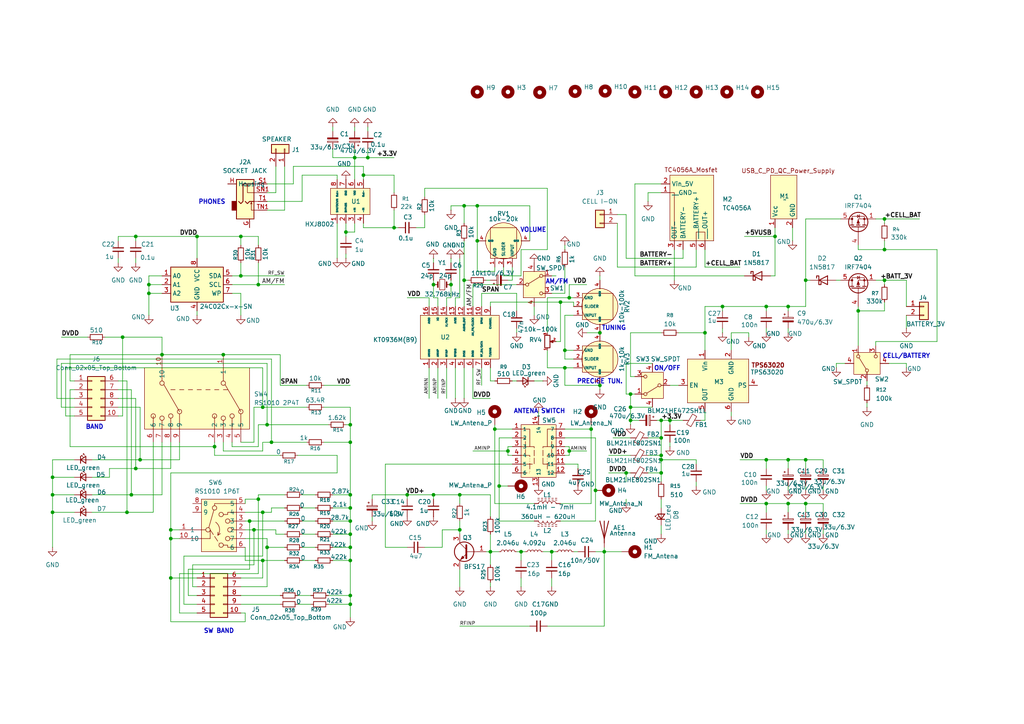
<source format=kicad_sch>
(kicad_sch (version 20250114) (generator "eeschema") (generator_version "9.0")
  (paper "A4")
  (lib_symbols
    (symbol "Analogowe_ic:HXJ8002"
      (property "Reference" "U" (at 0 0 0))
      (property "Value" "HXJ8002" (at 0 0 0))
      (symbol "HXJ8002_1_1"
        (pin power_in line (at -3.81 6.35 270) (length 2.54) (name "Out+") (number "8"))
        (pin input line (at -3.81 -6.35 90) (length 2.54) (name "SHUTDOWN") (number "1"))
        (pin power_in line (at -1.27 6.35 270) (length 2.54) (name "GND") (number "7"))
        (pin input line (at -1.27 -6.35 90) (length 2.54) (name "BYPASS") (number "2"))
        (pin power_in line (at 1.27 6.35 270) (length 2.54) (name "VDD") (number "6"))
        (pin input line (at 1.27 -6.35 90) (length 2.54) (name "+IN") (number "3"))
        (pin input line (at 3.81 6.35 270) (length 2.54) (name "Out-") (number "5"))
        (pin input line (at 3.81 -6.35 90) (length 2.54) (name "-IN") (number "4"))
      )
    )
    (symbol "Analogowe_ic:KT0936M( B9 )"
      (property "Reference" "U" (at 0 0 0))
      (symbol "KT0936M( B9 )_1_1"
        (pin power_in line (at -8.89 8.89 270) (length 2.54) (name "AVDD") (number "16"))
        (pin input line (at -8.89 -8.89 90) (length 2.54) (name "AMINN") (number "1"))
        (pin input line (at -6.35 8.89 270) (length 2.54) (name "XO") (number "15"))
        (pin input line (at -6.35 -8.89 90) (length 2.54) (name "AMINP") (number "2"))
        (pin input line (at -3.81 8.89 270) (length 2.54) (name "XI/RCK") (number "14"))
        (pin input line (at -3.81 -8.89 90) (length 2.54) (name "RFINP") (number "3"))
        (pin power_in line (at -1.27 8.89 270) (length 2.54) (name "AVSS") (number "13"))
        (pin input line (at -1.27 -8.89 90) (length 2.54) (name "RFGND") (number "4"))
        (pin output line (at 1.27 8.89 270) (length 2.54) (name "AUDIO_OUT") (number "12"))
        (pin power_in line (at 1.27 -8.89 90) (length 2.54) (name "DVSS") (number "5"))
        (pin input line (at 3.81 8.89 270) (length 2.54) (name "AM_FM/CLOCK") (number "11"))
        (pin power_in line (at 3.81 -8.89 90) (length 2.54) (name "DVDD") (number "6"))
        (pin input line (at 6.35 8.89 270) (length 2.54) (name "SPAN") (number "10"))
        (pin input line (at 6.35 -8.89 90) (length 2.54) (name "RF_SW/DATA") (number "7"))
        (pin input line (at 8.89 8.89 270) (length 2.54) (name "CHANNEL") (number "9"))
        (pin input line (at 8.89 -8.89 90) (length 2.54) (name "TUNING") (number "8"))
      )
    )
    (symbol "Connector_Generic:Conn_01x02" (pin_names (offset 1.016) (hide yes))
      (property "Reference" "J" (at 0 2.54 0))
      (property "Value" "Conn_01x02" (at 0 -5.08 0))
      (symbol "Conn_01x02_1_1"
        (pin passive line (at -5.08 0 0) (length 3.81) (name "Pin_1") (number "1"))
        (pin passive line (at -5.08 -2.54 0) (length 3.81) (name "Pin_2") (number "2"))
      )
    )
    (symbol "Connector_Generic:Conn_02x05_Top_Bottom" (pin_names (offset 1.016) (hide yes))
      (property "Reference" "J" (at 1.27 7.62 0))
      (property "Value" "Conn_02x05_Top_Bottom" (at 1.27 -7.62 0))
      (symbol "Conn_02x05_Top_Bottom_1_1"
        (pin passive line (at -5.08 5.08 0) (length 3.81) (name "Pin_1") (number "1"))
        (pin passive line (at -5.08 2.54 0) (length 3.81) (name "Pin_2") (number "2"))
        (pin passive line (at -5.08 0 0) (length 3.81) (name "Pin_3") (number "3"))
        (pin passive line (at -5.08 -2.54 0) (length 3.81) (name "Pin_4") (number "4"))
        (pin passive line (at -5.08 -5.08 0) (length 3.81) (name "Pin_5") (number "5"))
        (pin passive line (at 7.62 5.08 180) (length 3.81) (name "Pin_6") (number "6"))
        (pin passive line (at 7.62 2.54 180) (length 3.81) (name "Pin_7") (number "7"))
        (pin passive line (at 7.62 0 180) (length 3.81) (name "Pin_8") (number "8"))
        (pin passive line (at 7.62 -2.54 180) (length 3.81) (name "Pin_9") (number "9"))
        (pin passive line (at 7.62 -5.08 180) (length 3.81) (name "Pin_10") (number "10"))
      )
    )
    (symbol "Device:Antenna" (pin_numbers (hide yes)) (pin_names (offset 1.016) (hide yes))
      (property "Reference" "AE" (at -1.905 1.905 0))
      (property "Value" "Antenna" (at -1.905 0 0))
      (symbol "Antenna_1_1"
        (pin input line (at 0 -5.08 90) (length 2.54) (name "A") (number "1"))
      )
    )
    (symbol "Device:C_Polarized_Small" (pin_numbers (hide yes)) (pin_names (offset 0.254) (hide yes))
      (property "Reference" "C" (at 0.254 1.778 0))
      (property "Value" "C_Polarized_Small" (at 0.254 -2.032 0))
      (symbol "C_Polarized_Small_1_1"
        (pin passive line (at 0 2.54 270) (length 1.8542) (name "~") (number "1"))
        (pin passive line (at 0 -2.54 90) (length 1.8542) (name "~") (number "2"))
      )
    )
    (symbol "Device:C_Small" (pin_numbers (hide yes)) (pin_names (offset 0.254) (hide yes))
      (property "Reference" "C" (at 0.254 1.778 0))
      (property "Value" "C_Small" (at 0.254 -2.032 0))
      (symbol "C_Small_1_1"
        (pin passive line (at 0 2.54 270) (length 2.032) (name "~") (number "1"))
        (pin passive line (at 0 -2.54 90) (length 2.032) (name "~") (number "2"))
      )
    )
    (symbol "Device:Crystal_Small" (pin_numbers (hide yes)) (pin_names (offset 1.016) (hide yes))
      (property "Reference" "Y" (at 0 2.54 0))
      (property "Value" "Crystal_Small" (at 0 -2.54 0))
      (symbol "Crystal_Small_1_1"
        (pin passive line (at -2.54 0 0) (length 1.27) (name "1") (number "1"))
        (pin passive line (at 2.54 0 180) (length 1.27) (name "2") (number "2"))
      )
    )
    (symbol "Device:FerriteBead_Small" (pin_numbers (hide yes)) (pin_names (offset 0))
      (property "Reference" "FB" (at 1.905 1.27 0))
      (property "Value" "FerriteBead_Small" (at 1.905 -1.27 0))
      (symbol "FerriteBead_Small_1_1"
        (pin passive line (at 0 2.54 270) (length 1.27) (name "~") (number "1"))
        (pin passive line (at 0 -2.54 90) (length 1.27) (name "~") (number "2"))
      )
    )
    (symbol "Device:LED_Small" (pin_numbers (hide yes)) (pin_names (offset 0.254) (hide yes))
      (property "Reference" "D" (at -1.27 3.175 0))
      (property "Value" "LED_Small" (at -4.445 -2.54 0))
      (symbol "LED_Small_1_1"
        (pin passive line (at -2.54 0 0) (length 1.778) (name "K") (number "1"))
        (pin passive line (at 2.54 0 180) (length 1.778) (name "A") (number "2"))
      )
    )
    (symbol "Device:L_Ferrite" (pin_numbers (hide yes)) (pin_names (offset 1.016) (hide yes))
      (property "Reference" "L" (at -1.27 0 90))
      (property "Value" "L_Ferrite" (at 2.794 0 90))
      (symbol "L_Ferrite_1_1"
        (pin passive line (at 0 3.81 270) (length 1.27) (name "1") (number "1"))
        (pin passive line (at 0 -3.81 90) (length 1.27) (name "2") (number "2"))
      )
    )
    (symbol "Device:L_Small" (pin_numbers (hide yes)) (pin_names (offset 0.254) (hide yes))
      (property "Reference" "L" (at 0.762 1.016 0))
      (property "Value" "L_Small" (at 0.762 -1.016 0))
      (symbol "L_Small_1_1"
        (pin passive line (at 0 2.54 270) (length 0.508) (name "~") (number "1"))
        (pin passive line (at 0 -2.54 90) (length 0.508) (name "~") (number "2"))
      )
    )
    (symbol "Device:R_Potentiometer_Small" (pin_names (offset 1.016) (hide yes))
      (property "Reference" "RV" (at -4.445 0 90))
      (property "Value" "R_Potentiometer_Small" (at -2.54 0 90))
      (symbol "R_Potentiometer_Small_1_1"
        (pin passive line (at 0 2.54 270) (length 0.635) (name "1") (number "1"))
        (pin passive line (at 0 -2.54 90) (length 0.635) (name "3") (number "3"))
        (pin passive line (at 2.54 0 180) (length 0.9906) (name "2") (number "2"))
      )
    )
    (symbol "Device:R_Small" (pin_numbers (hide yes)) (pin_names (offset 0.254) (hide yes))
      (property "Reference" "R" (at 0 0 90))
      (property "Value" "R_Small" (at 1.778 0 90))
      (symbol "R_Small_1_1"
        (pin passive line (at 0 2.54 270) (length 0.762) (name "~") (number "1"))
        (pin passive line (at 0 -2.54 90) (length 0.762) (name "~") (number "2"))
      )
    )
    (symbol "Diode:1N5817" (pin_numbers (hide yes)) (pin_names (offset 1.016) (hide yes))
      (property "Reference" "D" (at 0 2.54 0))
      (property "Value" "1N5817" (at 0 -2.54 0))
      (symbol "1N5817_1_1"
        (pin passive line (at -3.81 0 0) (length 2.54) (name "K") (number "1"))
        (pin passive line (at 3.81 0 180) (length 2.54) (name "A") (number "2"))
      )
    )
    (symbol "Gniazdo_Jack_3_5mm:AudioJack2_Dual_Ground_Switch"
      (property "Reference" "J" (at 0 11.43 0))
      (property "Value" "AudioJack2_Dual_Ground_Switch" (at 0 8.89 0))
      (symbol "AudioJack2_Dual_Ground_Switch_1_1"
        (pin passive line (at -6.35 5.08 0) (length 2.54) (name "Housing") (number "H"))
        (pin passive line (at 0 -7.62 90) (length 2.54) (name "~") (number "G"))
        (pin passive line (at 5.08 5.08 180) (length 2.54) (name "~") (number "S1"))
        (pin passive line (at 5.08 2.54 180) (length 2.54) (name "~") (number "SN1"))
        (pin passive line (at 5.08 0 180) (length 2.54) (name "~") (number "T1"))
        (pin passive line (at 5.08 -2.54 180) (length 2.54) (name "~") (number "TN1"))
      )
      (symbol "AudioJack2_Dual_Ground_Switch_2_1"
        (pin passive line (at -6.35 5.08 0) (length 2.54) (name "Housing") (number "6-UB"))
        (pin passive line (at 5.08 5.08 180) (length 2.54) (name "~") (number "S2"))
        (pin passive line (at 5.08 2.54 180) (length 2.54) (name "~") (number "SN2"))
        (pin passive line (at 5.08 0 180) (length 2.54) (name "~") (number "T2"))
        (pin passive line (at 5.08 -2.54 180) (length 2.54) (name "~") (number "TN2"))
      )
    )
    (symbol "Mechanical:MountingHole" (pin_names (offset 1.016)) (in_bom no)
      (property "Reference" "H" (at 0 5.08 0))
      (property "Value" "MountingHole" (at 0 3.175 0))
    )
    (symbol "Mechanical:MountingHole_Pad" (pin_numbers (hide yes)) (pin_names (offset 1.016) (hide yes)) (in_bom no)
      (property "Reference" "H" (at 0 6.35 0))
      (property "Value" "MountingHole_Pad" (at 0 4.445 0))
      (symbol "MountingHole_Pad_1_1"
        (pin input line (at 0 -2.54 90) (length 2.54) (name "1") (number "1"))
      )
    )
    (symbol "Memory_EEPROM:24C02Cx-x-SN"
      (property "Reference" "U" (at -7.62 6.35 0))
      (property "Value" "24C02Cx-x-SN" (at 2.54 -6.35 0))
      (symbol "24C02Cx-x-SN_1_1"
        (pin input line (at -10.16 2.54 0) (length 2.54) (name "A0") (number "1"))
        (pin input line (at -10.16 0 0) (length 2.54) (name "A1") (number "2"))
        (pin input line (at -10.16 -2.54 0) (length 2.54) (name "A2") (number "3"))
        (pin power_in line (at 0 7.62 270) (length 2.54) (name "VCC") (number "8"))
        (pin power_in line (at 0 -7.62 90) (length 2.54) (name "GND") (number "4"))
        (pin bidirectional line (at 10.16 2.54 180) (length 2.54) (name "SDA") (number "5"))
        (pin input line (at 10.16 0 180) (length 2.54) (name "SCL") (number "6"))
        (pin input line (at 10.16 -2.54 180) (length 2.54) (name "WP") (number "7"))
      )
    )
    (symbol "Moduły:TC4056A_MosFET"
      (property "Reference" "M5" (at 2.794 12.446 0))
      (property "Value" "TC4056A" (at 3.81 10.922 0))
      (symbol "TC4056A_MosFET_1_1"
        (text "TC4056A_Mosfet" (at -0.254 15.494 0) (effects (font (size 1.27 1.27))))
        (pin power_in line (at -8.89 11.43 0) (length 2.54) (name "Vin_5V") (number "2"))
        (pin power_in line (at -8.89 8.89 0) (length 2.54) (name "__GND-") (number "1"))
        (pin power_in line (at -5.08 -7.62 90) (length 2.54) (name "OUT-") (number "3"))
        (pin power_in line (at -2.54 -7.62 90) (length 2.54) (name "BATTERY-") (number "4"))
        (pin power_out line (at 1.27 -7.62 90) (length 2.54) (name "___BATTERY+") (number "5"))
        (pin power_out line (at 3.81 -7.62 90) (length 2.54) (name "___OUT+") (number "6"))
      )
    )
    (symbol "Moduły:USB_C_PS"
      (property "Reference" "M" (at -1.524 3.302 0))
      (property "Value" "~" (at -0.508 1.27 0))
      (symbol "USB_C_PS_1_1"
        (text "USB_C_PD_QC_Power_Supply" (at 1.27 7.62 0) (effects (font (size 1.27 1.27))))
        (pin power_out line (at -2.54 -8.89 90) (length 2.54) (name "Vcc") (number "1"))
        (pin power_out line (at 2.54 -8.89 90) (length 2.54) (name "GND") (number "2"))
      )
    )
    (symbol "Moduły:tps63020_moduł"
      (property "Reference" "M" (at 0 0 0))
      (property "Value" "TPS63020" (at 0 0 0))
      (symbol "tps63020_moduł_1_1"
        (text "TPS63020" (at 14.478 4.572 0) (effects (font (size 1.27 1.27) (thickness 0.254) (bold yes))))
        (pin input line (at -11.43 -1.27 0) (length 2.54) (name "EN") (number "3"))
        (pin power_in line (at -3.81 8.89 270) (length 2.54) (name "Vin") (number "1"))
        (pin power_out line (at -3.81 -8.89 90) (length 2.54) (name "OUT") (number "5"))
        (pin power_in line (at 3.81 8.89 270) (length 2.54) (name "GND") (number "2"))
        (pin power_out line (at 3.81 -8.89 90) (length 2.54) (name "GND") (number "6"))
        (pin input line (at 11.43 -1.27 180) (length 2.54) (name "PS") (number "4"))
      )
    )
    (symbol "MountingHole_1" (pin_names (offset 1.016)) (in_bom no)
      (property "Reference" "H" (at 0 5.08 0))
      (property "Value" "MountingHole" (at 0 3.175 0))
    )
    (symbol "MountingHole_2" (pin_names (offset 1.016)) (in_bom no)
      (property "Reference" "H" (at 0 5.08 0))
      (property "Value" "MountingHole" (at 0 3.175 0))
    )
    (symbol "MountingHole_3" (pin_names (offset 1.016)) (in_bom no)
      (property "Reference" "H" (at 0 5.08 0))
      (property "Value" "MountingHole" (at 0 3.175 0))
    )
    (symbol "MountingHole_4" (pin_names (offset 1.016)) (in_bom no)
      (property "Reference" "H" (at 0 5.08 0))
      (property "Value" "MountingHole" (at 0 3.175 0))
    )
    (symbol "Potencjometr_pojedynczy_thumblewheel_1"
      (property "Reference" "RV3" (at 0 7.874 0))
      (property "Value" "1k-10k" (at 0 6.35 0))
      (symbol "Potencjometr_pojedynczy_thumblewheel_1_1_1"
        (pin input line (at -7.62 0 0) (length 2.54) (name "GND") (number "4"))
        (pin input line (at -2.54 -7.62 90) (length 2.54) (name "GND") (number "3"))
        (pin input line (at 0 -7.62 90) (length 2.54) (name "SLIDER") (number "2"))
        (pin input line (at 2.54 -7.62 90) (length 2.54) (name "INPUT") (number "1"))
        (pin input line (at 7.62 0 180) (length 2.54) (name "GND") (number "4"))
      )
    )
    (symbol "Potencjometr_pojedynczy_thumblewheel_2"
      (property "Reference" "RV2" (at 0 7.874 0))
      (property "Value" "10k-100k" (at 0 6.35 0))
      (symbol "Potencjometr_pojedynczy_thumblewheel_2_1_1"
        (pin input line (at -7.62 0 0) (length 2.54) (name "GND") (number "4"))
        (pin input line (at -2.54 -7.62 90) (length 2.54) (name "GND") (number "3"))
        (pin input line (at 0 -7.62 90) (length 2.54) (name "SLIDER") (number "2"))
        (pin input line (at 2.54 -7.62 90) (length 2.54) (name "INPUT") (number "1"))
        (pin input line (at 7.62 0 180) (length 2.54) (name "GND") (number "4"))
      )
    )
    (symbol "Potencjomretry_THT:Potencjometr_pojedynczy_thumblewheel"
      (property "Reference" "RV" (at 0 2.54 0))
      (symbol "Potencjometr_pojedynczy_thumblewheel_1_1"
        (pin input line (at -7.62 0 0) (length 2.54) (name "GND") (number "4"))
        (pin input line (at -2.54 -7.62 90) (length 2.54) (name "GND") (number "1"))
        (pin input line (at 0 -7.62 90) (length 2.54) (name "SLIDER") (number "2"))
        (pin input line (at 2.54 -7.62 90) (length 2.54) (name "INPUT") (number "3"))
        (pin input line (at 7.62 0 180) (length 2.54) (name "GND") (number "4"))
      )
    )
    (symbol "Przelaczniki:RS1010_1P6T"
      (property "Reference" "SW" (at 0 0 0))
      (property "Value" "RS1010 1P6T" (at 0 0 0))
      (symbol "RS1010_1P6T_1_1"
        (pin passive line (at -11.43 -1.27 0) (length 2.54) (name "1") (number "1"))
        (pin passive line (at -11.43 -3.81 0) (length 2.54) (name "10") (number "10"))
        (pin passive line (at -7.62 6.35 0) (length 2.54) (name "8") (number "8"))
        (pin passive line (at -7.62 3.81 0) (length 2.54) (name "9") (number "9"))
        (pin passive line (at 7.62 6.35 180) (length 2.54) (name "5") (number "5"))
        (pin passive line (at 7.62 3.81 180) (length 2.54) (name "4") (number "4"))
        (pin passive line (at 7.62 1.27 180) (length 2.54) (name "3") (number "3"))
        (pin passive line (at 7.62 -1.27 180) (length 2.54) (name "2") (number "2"))
        (pin passive line (at 7.62 -3.81 180) (length 2.54) (name "7") (number "7"))
        (pin passive line (at 7.62 -6.35 180) (length 2.54) (name "6") (number "6"))
      )
    )
    (symbol "Przelaczniki:RS1010_2P4T"
      (property "Reference" "SW" (at 0 0 0))
      (property "Value" "RS1010 2P4T" (at 0 0 0))
      (symbol "RS1010_2P4T_1_1"
        (pin passive line (at -13.97 6.35 0) (length 3.81) (name "1") (number "1"))
        (pin passive line (at -13.97 -11.43 0) (length 3.81) (name "10") (number "10"))
        (pin passive line (at 11.43 11.43 180) (length 3.81) (name "5") (number "5"))
        (pin passive line (at 11.43 8.89 180) (length 3.81) (name "4") (number "4"))
        (pin passive line (at 11.43 6.35 180) (length 3.81) (name "3") (number "3"))
        (pin passive line (at 11.43 3.81 180) (length 3.81) (name "2") (number "2"))
        (pin passive line (at 11.43 -6.35 180) (length 3.81) (name "9") (number "9"))
        (pin passive line (at 11.43 -8.89 180) (length 3.81) (name "8") (number "8"))
        (pin passive line (at 11.43 -11.43 180) (length 3.81) (name "7") (number "7"))
        (pin passive line (at 11.43 -13.97 180) (length 3.81) (name "6") (number "6"))
      )
    )
    (symbol "Przelaczniki:SK24D02G4"
      (property "Reference" "SW" (at 0 0 0))
      (property "Value" "SK-24D02-G4" (at 0 0 0))
      (symbol "SK24D02G4_1_1"
        (pin input line (at -7.62 6.35 0) (length 2.54) (name "1") (number "1"))
        (pin input line (at -7.62 3.81 0) (length 2.54) (name "2") (number "2"))
        (pin input line (at -7.62 1.27 0) (length 2.54) (name "3") (number "3"))
        (pin input line (at -7.62 -1.27 0) (length 2.54) (name "4") (number "4"))
        (pin input line (at -7.62 -3.81 0) (length 2.54) (name "5") (number "5"))
        (pin input line (at -7.62 -6.35 0) (length 2.54) (name "6") (number "6"))
        (pin passive line (at 0 10.16 270) (length 2.54) (name "14") (number "14"))
        (pin passive line (at 0 -10.16 90) (length 2.54) (name "13") (number "13"))
        (pin input line (at 7.62 6.35 180) (length 2.54) (name "7") (number "7"))
        (pin input line (at 7.62 3.81 180) (length 2.54) (name "8") (number "8"))
        (pin input line (at 7.62 1.27 180) (length 2.54) (name "9") (number "9"))
        (pin input line (at 7.62 -1.27 180) (length 2.54) (name "10") (number "10"))
        (pin input line (at 7.62 -3.81 180) (length 2.54) (name "11") (number "11"))
        (pin input line (at 7.62 -6.35 180) (length 2.54) (name "12") (number "12"))
      )
    )
    (symbol "SW_SPDT_1" (pin_names (offset 0) (hide yes))
      (property "Reference" "SW2" (at 2.54 6.604 0))
      (property "Value" "SW_SPDT" (at 0 4.826 0))
      (symbol "SW_SPDT_1_1_1"
        (pin passive line (at -5.08 0 0) (length 2.54) (name "B") (number "2"))
        (pin passive line (at 0 6.35 270) (length 2.54) (name "4") (number "4"))
        (pin passive line (at 0 -6.35 90) (length 2.54) (name "4") (number "4"))
        (pin passive line (at 5.08 2.54 180) (length 2.54) (name "A") (number "1"))
        (pin passive line (at 5.08 -2.54 180) (length 2.54) (name "C") (number "3"))
      )
    )
    (symbol "SW_SPDT_2" (pin_names (offset 0) (hide yes))
      (property "Reference" "SW1" (at -4.064 5.334 0))
      (property "Value" "SW_SPDT" (at 5.08 5.334 0))
      (symbol "SW_SPDT_2_1_1"
        (pin passive line (at -5.08 0 0) (length 2.54) (name "B") (number "2"))
        (pin input line (at 0 6.35 270) (length 2.54) (name "4") (number "4"))
        (pin input line (at 0 -6.35 90) (length 2.54) (name "4") (number "4"))
        (pin passive line (at 5.08 2.54 180) (length 2.54) (name "A") (number "1"))
        (pin passive line (at 5.08 -2.54 180) (length 2.54) (name "C") (number "3"))
      )
    )
    (symbol "SW_SPDT_3" (pin_names (offset 0) (hide yes))
      (property "Reference" "SW2" (at 2.54 6.604 0))
      (property "Value" "SW_SPDT" (at 0 4.826 0))
      (symbol "SW_SPDT_3_1_1"
        (pin passive line (at -5.08 0 0) (length 2.54) (name "B") (number "2"))
        (pin passive line (at 0 6.35 270) (length 2.54) (name "4") (number "4"))
        (pin passive line (at 0 -6.35 90) (length 2.54) (name "4") (number "4"))
        (pin passive line (at 5.08 2.54 180) (length 2.54) (name "A") (number "1"))
        (pin passive line (at 5.08 -2.54 180) (length 2.54) (name "C") (number "3"))
      )
    )
    (symbol "Transistor_BJT:BC847" (pin_names (offset 0) (hide yes))
      (property "Reference" "Q" (at 5.08 1.905 0))
      (property "Value" "BC847" (at 5.08 0 0))
      (symbol "BC847_1_1"
        (pin input line (at -5.08 0 0) (length 2.54) (name "B") (number "1"))
        (pin passive line (at 2.54 5.08 270) (length 2.54) (name "C") (number "3"))
        (pin passive line (at 2.54 -5.08 90) (length 2.54) (name "E") (number "2"))
      )
    )
    (symbol "Transistor_FET:IRF7404" (pin_names (hide yes))
      (property "Reference" "Q" (at 5.08 1.905 0))
      (property "Value" "IRF7404" (at 5.08 0 0))
      (symbol "IRF7404_1_1"
        (pin passive line (at -5.08 0 0) (length 2.54) (name "G") (number "4"))
        (pin passive line (at 2.54 5.08 270) (length 2.54) (name "D") (number "5"))
        (pin passive line (at 2.54 5.08 270) (length 2.54) (hide yes) (name "D") (number "6"))
        (pin passive line (at 2.54 5.08 270) (length 2.54) (hide yes) (name "D") (number "7"))
        (pin passive line (at 2.54 5.08 270) (length 2.54) (hide yes) (name "D") (number "8"))
        (pin passive line (at 2.54 -5.08 90) (length 2.54) (name "S") (number "1"))
        (pin passive line (at 2.54 -5.08 90) (length 2.54) (hide yes) (name "S") (number "2"))
        (pin passive line (at 2.54 -5.08 90) (length 2.54) (hide yes) (name "S") (number "3"))
      )
    )
    (symbol "power:GND" (power) (pin_numbers (hide yes)) (pin_names (offset 0) (hide yes))
      (property "Value" "GND" (at 0 -3.81 0))
      (symbol "GND_1_1"
        (pin power_in line (at 0 0 270) (length 0) (name "~") (number "1"))
      )
    )
  )
  (text "ANTENA SWITCH" (at 156.464 119.38 0) (effects (font (size 1.27 1.27) (thickness 0.254) (bold yes))))
  (text "TUNING" (at 178.054 95.25 0) (effects (font (size 1.27 1.27) (thickness 0.254) (bold yes))))
  (text "PHONES" (at 61.468 58.674 0) (effects (font (size 1.27 1.27) (thickness 0.254) (bold yes))))
  (text "ON/OFF" (at 193.548 106.934 0) (effects (font (size 1.27 1.27) (thickness 0.254) (bold yes))))
  (text "VOLUME" (at 154.686 66.802 0) (effects (font (size 1.27 1.27) (thickness 0.254) (bold yes))))
  (text "AM/FM" (at 161.544 81.788 0) (effects (font (size 1.27 1.27) (thickness 0.254) (bold yes))))
  (text "CELL/BATTERY" (at 262.89 103.378 0) (effects (font (size 1.27 1.27) (thickness 0.254) (bold yes))))
  (text "BAND" (at 27.432 123.952 0) (effects (font (size 1.27 1.27) (thickness 0.254) (bold yes))))
  (text "PRECISE TUN." (at 173.99 110.744 0) (effects (font (size 1.27 1.27) (thickness 0.254) (bold yes))))
  (text "SW BAND" (at 63.5 183.134 0) (effects (font (size 1.27 1.27) (thickness 0.254) (bold yes))))
  (junction (at 74.93 82.55))
  (junction (at 222.25 133.35))
  (junction (at 49.53 156.21))
  (junction (at 228.6 133.35))
  (junction (at 106.68 45.72))
  (junction (at 233.68 133.35))
  (junction (at 101.6 162.56))
  (junction (at 72.39 151.13))
  (junction (at 163.83 101.6))
  (junction (at 182.88 121.92))
  (junction (at 248.92 90.17))
  (junction (at 160.02 160.02))
  (junction (at 165.1 130.81))
  (junction (at 125.73 82.55))
  (junction (at 228.6 88.9))
  (junction (at 191.77 132.08))
  (junction (at 191.77 127))
  (junction (at 76.2 118.11))
  (junction (at 163.83 106.68))
  (junction (at 165.1 86.36))
  (junction (at 69.85 80.01))
  (junction (at 191.77 137.16))
  (junction (at 256.54 63.5))
  (junction (at 172.72 142.24))
  (junction (at 39.37 68.58))
  (junction (at 73.66 153.67))
  (junction (at 101.6 143.51))
  (junction (at 46.99 102.87))
  (junction (at 76.2 148.59))
  (junction (at 62.23 129.54))
  (junction (at 101.6 175.26))
  (junction (at 138.43 59.69))
  (junction (at 151.13 160.02))
  (junction (at 134.62 59.69))
  (junction (at 69.85 68.58))
  (junction (at 101.6 147.32))
  (junction (at 36.83 148.59))
  (junction (at 143.51 124.46))
  (junction (at 209.55 88.9))
  (junction (at 144.78 140.97))
  (junction (at 233.68 81.28))
  (junction (at 233.68 146.05))
  (junction (at 64.77 102.87))
  (junction (at 15.24 143.51))
  (junction (at 15.24 138.43))
  (junction (at 204.47 96.52))
  (junction (at 133.35 153.67))
  (junction (at 101.6 128.27))
  (junction (at 191.77 133.35))
  (junction (at 222.25 88.9))
  (junction (at 173.99 111.76))
  (junction (at 49.53 153.67))
  (junction (at 118.11 143.51))
  (junction (at 101.6 123.19))
  (junction (at 102.87 45.72))
  (junction (at 57.15 68.58))
  (junction (at 74.93 144.78))
  (junction (at 125.73 143.51))
  (junction (at 228.6 146.05))
  (junction (at 78.74 128.27))
  (junction (at 43.18 82.55))
  (junction (at 175.26 160.02))
  (junction (at 194.31 121.92))
  (junction (at 130.81 82.55))
  (junction (at 77.47 158.75))
  (junction (at 101.6 154.94))
  (junction (at 134.62 81.28))
  (junction (at 101.6 172.72))
  (junction (at 256.54 72.39))
  (junction (at 76.2 162.56))
  (junction (at 171.45 124.46))
  (junction (at 101.6 151.13))
  (junction (at 77.47 123.19))
  (junction (at 173.99 96.52))
  (junction (at 43.18 85.09))
  (junction (at 181.61 137.16))
  (junction (at 35.56 97.79))
  (junction (at 224.79 68.58))
  (junction (at 138.43 69.85))
  (junction (at 222.25 146.05))
  (junction (at 162.56 87.63))
  (junction (at 114.3 66.04))
  (junction (at 101.6 158.75))
  (junction (at 182.88 114.3))
  (junction (at 105.41 50.8))
  (junction (at 182.88 118.11))
  (junction (at 147.32 130.81))
  (junction (at 133.35 143.51))
  (junction (at 15.24 148.59))
  (junction (at 39.37 135.89))
  (junction (at 40.64 133.35))
  (junction (at 38.1 143.51))
  (junction (at 49.53 167.64))
  (junction (at 256.54 81.28))
  (junction (at 142.24 160.02))
  (junction (at 100.33 67.31))
  (junction (at 191.77 121.92))
  (wire (pts (xy 163.83 77.47) (xy 163.83 85.09)))
  (wire (pts (xy 78.74 148.59) (xy 78.74 147.32)))
  (wire (pts (xy 57.15 167.64) (xy 49.53 167.64)))
  (wire (pts (xy 21.59 133.35) (xy 15.24 133.35)))
  (wire (pts (xy 76.2 106.68) (xy 76.2 118.11)))
  (wire (pts (xy 238.76 146.05) (xy 233.68 146.05)))
  (wire (pts (xy 69.85 80.01) (xy 82.55 80.01)))
  (wire (pts (xy 148.59 134.62) (xy 111.76 134.62)))
  (wire (pts (xy 102.87 67.31) (xy 100.33 67.31)))
  (wire (pts (xy 238.76 135.89) (xy 238.76 133.35)))
  (wire (pts (xy 262.89 106.68) (xy 262.89 105.41)))
  (wire (pts (xy 76.2 118.11) (xy 88.9 118.11)))
  (wire (pts (xy 147.32 81.28) (xy 148.59 81.28)))
  (wire (pts (xy 127 86.36) (xy 127 88.9)))
  (wire (pts (xy 73.66 118.11) (xy 76.2 118.11)))
  (wire (pts (xy 166.37 160.02) (xy 167.64 160.02)))
  (wire (pts (xy 262.89 105.41) (xy 257.81 105.41)))
  (wire (pts (xy 101.6 158.75) (xy 101.6 162.56)))
  (wire (pts (xy 101.6 172.72) (xy 101.6 175.26)))
  (wire (pts (xy 163.83 101.6) (xy 166.37 101.6)))
  (wire (pts (xy 21.59 120.65) (xy 19.05 120.65)))
  (wire (pts (xy 203.2 121.92) (xy 204.47 121.92)))
  (wire (pts (xy 148.59 127) (xy 144.78 127)))
  (wire (pts (xy 77.47 53.34) (xy 85.09 53.34)))
  (wire (pts (xy 271.78 99.06) (xy 271.78 72.39)))
  (wire (pts (xy 212.09 101.6) (xy 212.09 96.52)))
  (wire (pts (xy 163.83 91.44) (xy 166.37 91.44)))
  (wire (pts (xy 181.61 114.3) (xy 182.88 114.3)))
  (wire (pts (xy 158.75 54.61) (xy 158.75 72.39)))
  (wire (pts (xy 171.45 123.19) (xy 171.45 124.46)))
  (wire (pts (xy 78.74 128.27) (xy 78.74 104.14)))
  (wire (pts (xy 64.77 102.87) (xy 81.28 102.87)))
  (wire (pts (xy 15.24 143.51) (xy 15.24 148.59)))
  (wire (pts (xy 233.68 133.35) (xy 228.6 133.35)))
  (wire (pts (xy 194.31 128.27) (xy 194.31 129.54)))
  (wire (pts (xy 43.18 80.01) (xy 43.18 82.55)))
  (wire (pts (xy 21.59 143.51) (xy 15.24 143.51)))
  (wire (pts (xy 149.86 160.02) (xy 151.13 160.02)))
  (wire (pts (xy 132.08 88.9) (xy 132.08 86.36)))
  (wire (pts (xy 26.67 148.59) (xy 36.83 148.59)))
  (wire (pts (xy 55.88 170.18) (xy 55.88 163.83)))
  (wire (pts (xy 97.79 64.77) (xy 97.79 74.93)))
  (wire (pts (xy 46.99 128.27) (xy 46.99 143.51)))
  (wire (pts (xy 162.56 87.63) (xy 166.37 87.63)))
  (wire (pts (xy 82.55 48.26) (xy 82.55 60.96)))
  (wire (pts (xy 71.12 158.75) (xy 71.12 162.56)))
  (wire (pts (xy 20.32 113.03) (xy 20.32 129.54)))
  (wire (pts (xy 134.62 59.69) (xy 130.81 59.69)))
  (wire (pts (xy 166.37 106.68) (xy 163.83 106.68)))
  (wire (pts (xy 34.29 118.11) (xy 40.64 118.11)))
  (wire (pts (xy 222.25 133.35) (xy 228.6 133.35)))
  (wire (pts (xy 171.45 124.46) (xy 171.45 146.05)))
  (wire (pts (xy 21.59 113.03) (xy 20.32 113.03)))
  (wire (pts (xy 201.93 77.47) (xy 201.93 72.39)))
  (wire (pts (xy 77.47 58.42) (xy 87.63 58.42)))
  (wire (pts (xy 76.2 130.81) (xy 64.77 130.81)))
  (wire (pts (xy 34.29 69.85) (xy 34.29 68.58)))
  (wire (pts (xy 67.31 80.01) (xy 69.85 80.01)))
  (wire (pts (xy 139.7 106.68) (xy 139.7 111.76)))
  (wire (pts (xy 85.09 48.26) (xy 85.09 53.34)))
  (wire (pts (xy 87.63 143.51) (xy 91.44 143.51)))
  (wire (pts (xy 222.25 153.67) (xy 222.25 154.94)))
  (wire (pts (xy 229.87 66.04) (xy 229.87 69.85)))
  (wire (pts (xy 167.64 134.62) (xy 167.64 135.89)))
  (wire (pts (xy 106.68 36.83) (xy 106.68 38.1)))
  (wire (pts (xy 101.6 147.32) (xy 101.6 151.13)))
  (wire (pts (xy 140.97 81.28) (xy 142.24 81.28)))
  (wire (pts (xy 201.93 134.62) (xy 201.93 133.35)))
  (wire (pts (xy 175.26 160.02) (xy 180.34 160.02)))
  (wire (pts (xy 151.13 167.64) (xy 151.13 170.18)))
  (wire (pts (xy 228.6 95.25) (xy 228.6 96.52)))
  (wire (pts (xy 147.32 130.81) (xy 147.32 132.08)))
  (wire (pts (xy 134.62 81.28) (xy 135.89 81.28)))
  (wire (pts (xy 77.47 105.41) (xy 17.78 105.41)))
  (wire (pts (xy 233.68 81.28) (xy 234.95 81.28)))
  (wire (pts (xy 222.25 140.97) (xy 222.25 142.24)))
  (wire (pts (xy 69.85 177.8) (xy 71.12 177.8)))
  (wire (pts (xy 254 99.06) (xy 271.78 99.06)))
  (wire (pts (xy 57.15 74.93) (xy 57.15 68.58)))
  (wire (pts (xy 69.85 71.12) (xy 69.85 68.58)))
  (wire (pts (xy 77.47 105.41) (xy 77.47 123.19)))
  (wire (pts (xy 114.3 66.04) (xy 115.57 66.04)))
  (wire (pts (xy 76.2 128.27) (xy 76.2 130.81)))
  (wire (pts (xy 181.61 74.93) (xy 181.61 62.23)))
  (wire (pts (xy 107.95 143.51) (xy 118.11 143.51)))
  (wire (pts (xy 114.3 50.8) (xy 105.41 50.8)))
  (wire (pts (xy 96.52 151.13) (xy 101.6 151.13)))
  (wire (pts (xy 74.93 123.19) (xy 77.47 123.19)))
  (wire (pts (xy 19.05 106.68) (xy 76.2 106.68)))
  (wire (pts (xy 187.96 137.16) (xy 191.77 137.16)))
  (wire (pts (xy 144.78 140.97) (xy 144.78 151.13)))
  (wire (pts (xy 144.78 151.13) (xy 154.94 151.13)))
  (wire (pts (xy 146.05 80.01) (xy 151.13 80.01)))
  (wire (pts (xy 228.6 148.59) (xy 228.6 146.05)))
  (wire (pts (xy 17.78 105.41) (xy 17.78 118.11)))
  (wire (pts (xy 87.63 154.94) (xy 91.44 154.94)))
  (wire (pts (xy 71.12 148.59) (xy 76.2 148.59)))
  (wire (pts (xy 55.88 163.83) (xy 73.66 163.83)))
  (wire (pts (xy 101.6 118.11) (xy 93.98 118.11)))
  (wire (pts (xy 158.75 106.68) (xy 163.83 106.68)))
  (wire (pts (xy 133.35 181.61) (xy 153.67 181.61)))
  (wire (pts (xy 163.83 71.12) (xy 163.83 72.39)))
  (wire (pts (xy 77.47 158.75) (xy 77.47 170.18)))
  (wire (pts (xy 34.29 68.58) (xy 39.37 68.58)))
  (wire (pts (xy 71.12 162.56) (xy 76.2 162.56)))
  (wire (pts (xy 82.55 60.96) (xy 77.47 60.96)))
  (wire (pts (xy 190.5 121.92) (xy 191.77 121.92)))
  (wire (pts (xy 161.29 80.01) (xy 160.02 80.01)))
  (wire (pts (xy 153.67 69.85) (xy 153.67 59.69)))
  (wire (pts (xy 53.34 161.29) (xy 53.34 175.26)))
  (wire (pts (xy 181.61 105.41) (xy 181.61 114.3)))
  (wire (pts (xy 69.85 172.72) (xy 81.28 172.72)))
  (wire (pts (xy 165.1 130.81) (xy 165.1 132.08)))
  (wire (pts (xy 133.35 165.1) (xy 133.35 170.18)))
  (wire (pts (xy 35.56 97.79) (xy 46.99 97.79)))
  (wire (pts (xy 228.6 146.05) (xy 222.25 146.05)))
  (wire (pts (xy 184.15 109.22) (xy 182.88 109.22)))
  (wire (pts (xy 149.86 90.17) (xy 149.86 85.09)))
  (wire (pts (xy 163.83 129.54) (xy 165.1 129.54)))
  (wire (pts (xy 123.19 54.61) (xy 158.75 54.61)))
  (wire (pts (xy 154.94 146.05) (xy 143.51 146.05)))
  (wire (pts (xy 74.93 82.55) (xy 82.55 82.55)))
  (wire (pts (xy 36.83 148.59) (xy 44.45 148.59)))
  (wire (pts (xy 139.7 88.9) (xy 139.7 85.09)))
  (wire (pts (xy 262.89 91.44) (xy 262.89 95.25)))
  (wire (pts (xy 133.35 151.13) (xy 133.35 153.67)))
  (wire (pts (xy 102.87 45.72) (xy 102.87 52.07)))
  (wire (pts (xy 254 81.28) (xy 256.54 81.28)))
  (wire (pts (xy 182.88 118.11) (xy 189.23 118.11)))
  (wire (pts (xy 129.54 88.9) (xy 129.54 86.36)))
  (wire (pts (xy 163.83 111.76) (xy 173.99 111.76)))
  (wire (pts (xy 101.6 123.19) (xy 101.6 118.11)))
  (wire (pts (xy 233.68 140.97) (xy 233.68 142.24)))
  (wire (pts (xy 39.37 68.58) (xy 57.15 68.58)))
  (wire (pts (xy 256.54 81.28) (xy 262.89 81.28)))
  (wire (pts (xy 43.18 82.55) (xy 43.18 85.09)))
  (wire (pts (xy 102.87 36.83) (xy 102.87 38.1)))
  (wire (pts (xy 39.37 135.89) (xy 39.37 115.57)))
  (wire (pts (xy 125.73 82.55) (xy 125.73 86.36)))
  (wire (pts (xy 201.93 139.7) (xy 201.93 140.97)))
  (wire (pts (xy 223.52 80.01) (xy 224.79 80.01)))
  (wire (pts (xy 147.32 129.54) (xy 147.32 130.81)))
  (wire (pts (xy 132.08 86.36) (xy 133.35 86.36)))
  (wire (pts (xy 137.16 115.57) (xy 142.24 115.57)))
  (wire (pts (xy 191.77 152.4) (xy 191.77 154.94)))
  (wire (pts (xy 74.93 143.51) (xy 82.55 143.51)))
  (wire (pts (xy 72.39 151.13) (xy 82.55 151.13)))
  (wire (pts (xy 179.07 64.77) (xy 179.07 77.47)))
  (wire (pts (xy 123.19 158.75) (xy 128.27 158.75)))
  (wire (pts (xy 143.51 78.74) (xy 138.43 78.74)))
  (wire (pts (xy 201.93 133.35) (xy 191.77 133.35)))
  (wire (pts (xy 134.62 64.77) (xy 134.62 59.69)))
  (wire (pts (xy 53.34 175.26) (xy 57.15 175.26)))
  (wire (pts (xy 77.47 123.19) (xy 95.25 123.19)))
  (wire (pts (xy 125.73 81.28) (xy 125.73 82.55)))
  (wire (pts (xy 71.12 153.67) (xy 73.66 153.67)))
  (wire (pts (xy 43.18 82.55) (xy 46.99 82.55)))
  (wire (pts (xy 238.76 133.35) (xy 233.68 133.35)))
  (wire (pts (xy 133.35 143.51) (xy 142.24 143.51)))
  (wire (pts (xy 43.18 85.09) (xy 43.18 91.44)))
  (wire (pts (xy 76.2 161.29) (xy 53.34 161.29)))
  (wire (pts (xy 133.35 143.51) (xy 133.35 146.05)))
  (wire (pts (xy 191.77 121.92) (xy 194.31 121.92)))
  (wire (pts (xy 74.93 143.51) (xy 74.93 144.78)))
  (wire (pts (xy 209.55 95.25) (xy 209.55 96.52)))
  (wire (pts (xy 142.24 160.02) (xy 144.78 160.02)))
  (wire (pts (xy 52.07 166.37) (xy 52.07 177.8)))
  (wire (pts (xy 39.37 135.89) (xy 49.53 135.89)))
  (wire (pts (xy 86.36 132.08) (xy 97.79 132.08)))
  (wire (pts (xy 163.83 91.44) (xy 163.83 101.6)))
  (wire (pts (xy 46.99 102.87) (xy 64.77 102.87)))
  (wire (pts (xy 256.54 63.5) (xy 266.7 63.5)))
  (wire (pts (xy 271.78 72.39) (xy 256.54 72.39)))
  (wire (pts (xy 173.99 80.01) (xy 173.99 81.28)))
  (wire (pts (xy 256.54 87.63) (xy 256.54 90.17)))
  (wire (pts (xy 233.68 146.05) (xy 233.68 148.59)))
  (wire (pts (xy 130.81 74.93) (xy 130.81 76.2)))
  (wire (pts (xy 72.39 165.1) (xy 54.61 165.1)))
  (wire (pts (xy 148.59 110.49) (xy 149.86 110.49)))
  (wire (pts (xy 49.53 180.34) (xy 49.53 167.64)))
  (wire (pts (xy 86.36 172.72) (xy 90.17 172.72)))
  (wire (pts (xy 36.83 110.49) (xy 36.83 148.59)))
  (wire (pts (xy 248.92 72.39) (xy 256.54 72.39)))
  (wire (pts (xy 128.27 153.67) (xy 133.35 153.67)))
  (wire (pts (xy 151.13 160.02) (xy 152.4 160.02)))
  (wire (pts (xy 127 106.68) (xy 127 115.57)))
  (wire (pts (xy 38.1 143.51) (xy 46.99 143.51)))
  (wire (pts (xy 129.54 86.36) (xy 130.81 86.36)))
  (wire (pts (xy 182.88 121.92) (xy 182.88 123.19)))
  (wire (pts (xy 194.31 111.76) (xy 196.85 111.76)))
  (wire (pts (xy 69.85 91.44) (xy 69.85 85.09)))
  (wire (pts (xy 133.35 74.93) (xy 133.35 86.36)))
  (wire (pts (xy 144.78 140.97) (xy 147.32 140.97)))
  (wire (pts (xy 101.6 162.56) (xy 101.6 172.72)))
  (wire (pts (xy 191.77 133.35) (xy 191.77 132.08)))
  (wire (pts (xy 93.98 128.27) (xy 101.6 128.27)))
  (wire (pts (xy 76.2 128.27) (xy 78.74 128.27)))
  (wire (pts (xy 124.46 106.68) (xy 124.46 115.57)))
  (wire (pts (xy 181.61 62.23) (xy 179.07 62.23)))
  (wire (pts (xy 142.24 168.91) (xy 142.24 170.18)))
  (wire (pts (xy 140.97 160.02) (xy 142.24 160.02)))
  (wire (pts (xy 114.3 55.88) (xy 114.3 50.8)))
  (wire (pts (xy 224.79 66.04) (xy 224.79 68.58)))
  (wire (pts (xy 74.93 144.78) (xy 74.93 166.37)))
  (wire (pts (xy 162.56 151.13) (xy 172.72 151.13)))
  (wire (pts (xy 74.93 76.2) (xy 74.93 82.55)))
  (wire (pts (xy 160.02 160.02) (xy 161.29 160.02)))
  (wire (pts (xy 157.48 110.49) (xy 154.94 110.49)))
  (wire (pts (xy 181.61 137.16) (xy 182.88 137.16)))
  (wire (pts (xy 142.24 110.49) (xy 143.51 110.49)))
  (wire (pts (xy 160.02 160.02) (xy 160.02 162.56)))
  (wire (pts (xy 86.36 175.26) (xy 90.17 175.26)))
  (wire (pts (xy 95.25 172.72) (xy 101.6 172.72)))
  (wire (pts (xy 181.61 144.78) (xy 181.61 146.05)))
  (wire (pts (xy 176.53 137.16) (xy 181.61 137.16)))
  (wire (pts (xy 143.51 124.46) (xy 143.51 146.05)))
  (wire (pts (xy 182.88 114.3) (xy 182.88 118.11)))
  (wire (pts (xy 52.07 128.27) (xy 52.07 133.35)))
  (wire (pts (xy 142.24 154.94) (xy 142.24 160.02)))
  (wire (pts (xy 67.31 128.27) (xy 67.31 129.54)))
  (wire (pts (xy 184.15 80.01) (xy 215.9 80.01)))
  (wire (pts (xy 52.07 177.8) (xy 57.15 177.8)))
  (wire (pts (xy 123.19 62.23) (xy 123.19 66.04)))
  (wire (pts (xy 175.26 160.02) (xy 175.26 158.75)))
  (wire (pts (xy 204.47 119.38) (xy 204.47 121.92)))
  (wire (pts (xy 100.33 64.77) (xy 100.33 67.31)))
  (wire (pts (xy 134.62 81.28) (xy 134.62 88.9)))
  (wire (pts (xy 222.25 88.9) (xy 228.6 88.9)))
  (wire (pts (xy 49.53 137.16) (xy 97.79 137.16)))
  (wire (pts (xy 215.9 68.58) (xy 224.79 68.58)))
  (wire (pts (xy 182.88 96.52) (xy 191.77 96.52)))
  (wire (pts (xy 30.48 97.79) (xy 35.56 97.79)))
  (wire (pts (xy 40.64 118.11) (xy 40.64 133.35)))
  (wire (pts (xy 184.15 114.3) (xy 182.88 114.3)))
  (wire (pts (xy 96.52 158.75) (xy 101.6 158.75)))
  (wire (pts (xy 74.93 166.37) (xy 52.07 166.37)))
  (wire (pts (xy 151.13 160.02) (xy 151.13 162.56)))
  (wire (pts (xy 46.99 80.01) (xy 43.18 80.01)))
  (wire (pts (xy 160.02 85.09) (xy 163.83 85.09)))
  (wire (pts (xy 172.72 160.02) (xy 175.26 160.02)))
  (wire (pts (xy 163.83 127) (xy 172.72 127)))
  (wire (pts (xy 133.35 153.67) (xy 133.35 154.94)))
  (wire (pts (xy 151.13 80.01) (xy 151.13 72.39)))
  (wire (pts (xy 34.29 74.93) (xy 34.29 76.2)))
  (wire (pts (xy 31.75 135.89) (xy 31.75 138.43)))
  (wire (pts (xy 248.92 90.17) (xy 256.54 90.17)))
  (wire (pts (xy 17.78 118.11) (xy 21.59 118.11)))
  (wire (pts (xy 194.31 121.92) (xy 194.31 123.19)))
  (wire (pts (xy 34.29 110.49) (xy 36.83 110.49)))
  (wire (pts (xy 71.12 146.05) (xy 71.12 144.78)))
  (wire (pts (xy 143.51 123.19) (xy 143.51 124.46)))
  (wire (pts (xy 80.01 48.26) (xy 80.01 55.88)))
  (wire (pts (xy 137.16 130.81) (xy 147.32 130.81)))
  (wire (pts (xy 158.75 86.36) (xy 165.1 86.36)))
  (wire (pts (xy 129.54 106.68) (xy 129.54 115.57)))
  (wire (pts (xy 158.75 181.61) (xy 175.26 181.61)))
  (wire (pts (xy 87.63 162.56) (xy 91.44 162.56)))
  (wire (pts (xy 39.37 115.57) (xy 34.29 115.57)))
  (wire (pts (xy 222.25 88.9) (xy 222.25 90.17)))
  (wire (pts (xy 228.6 133.35) (xy 228.6 135.89)))
  (wire (pts (xy 165.1 86.36) (xy 166.37 86.36)))
  (wire (pts (xy 153.67 59.69) (xy 138.43 59.69)))
  (wire (pts (xy 162.56 146.05) (xy 171.45 146.05)))
  (wire (pts (xy 118.11 143.51) (xy 125.73 143.51)))
  (wire (pts (xy 78.74 147.32) (xy 82.55 147.32)))
  (wire (pts (xy 256.54 63.5) (xy 256.54 64.77)))
  (wire (pts (xy 248.92 71.12) (xy 248.92 72.39)))
  (wire (pts (xy 182.88 118.11) (xy 182.88 121.92)))
  (wire (pts (xy 134.62 106.68) (xy 134.62 115.57)))
  (wire (pts (xy 147.32 129.54) (xy 148.59 129.54)))
  (wire (pts (xy 142.24 163.83) (xy 142.24 160.02)))
  (wire (pts (xy 179.07 77.47) (xy 201.93 77.47)))
  (wire (pts (xy 71.12 177.8) (xy 71.12 180.34)))
  (wire (pts (xy 87.63 147.32) (xy 91.44 147.32)))
  (wire (pts (xy 196.85 96.52) (xy 204.47 96.52)))
  (wire (pts (xy 262.89 81.28) (xy 262.89 88.9)))
  (wire (pts (xy 105.41 48.26) (xy 85.09 48.26)))
  (wire (pts (xy 49.53 153.67) (xy 52.07 153.67)))
  (wire (pts (xy 87.63 158.75) (xy 91.44 158.75)))
  (wire (pts (xy 96.52 154.94) (xy 101.6 154.94)))
  (wire (pts (xy 101.6 128.27) (xy 101.6 143.51)))
  (wire (pts (xy 189.23 105.41) (xy 181.61 105.41)))
  (wire (pts (xy 101.6 175.26) (xy 101.6 179.07)))
  (wire (pts (xy 137.16 82.55) (xy 137.16 88.9)))
  (wire (pts (xy 172.72 127) (xy 172.72 142.24)))
  (wire (pts (xy 144.78 127) (xy 144.78 140.97)))
  (wire (pts (xy 93.98 111.76) (xy 101.6 111.76)))
  (wire (pts (xy 111.76 134.62) (xy 111.76 158.75)))
  (wire (pts (xy 165.1 130.81) (xy 170.18 130.81)))
  (wire (pts (xy 123.19 54.61) (xy 123.19 57.15)))
  (wire (pts (xy 49.53 128.27) (xy 49.53 135.89)))
  (wire (pts (xy 132.08 106.68) (xy 132.08 115.57)))
  (wire (pts (xy 21.59 138.43) (xy 15.24 138.43)))
  (wire (pts (xy 182.88 121.92) (xy 185.42 121.92)))
  (wire (pts (xy 158.75 96.52) (xy 158.75 86.36)))
  (wire (pts (xy 172.72 151.13) (xy 172.72 142.24)))
  (wire (pts (xy 170.18 82.55) (xy 165.1 82.55)))
  (wire (pts (xy 44.45 148.59) (xy 44.45 128.27)))
  (wire (pts (xy 106.68 45.72) (xy 102.87 45.72)))
  (wire (pts (xy 154.94 88.9) (xy 154.94 91.44)))
  (wire (pts (xy 57.15 170.18) (xy 55.88 170.18)))
  (wire (pts (xy 34.29 113.03) (xy 38.1 113.03)))
  (wire (pts (xy 35.56 97.79) (xy 35.56 120.65)))
  (wire (pts (xy 214.63 146.05) (xy 222.25 146.05)))
  (wire (pts (xy 71.12 156.21) (xy 77.47 156.21)))
  (wire (pts (xy 20.32 129.54) (xy 62.23 129.54)))
  (wire (pts (xy 142.24 106.68) (xy 142.24 110.49)))
  (wire (pts (xy 125.73 144.78) (xy 125.73 143.51)))
  (wire (pts (xy 20.32 110.49) (xy 20.32 102.87)))
  (wire (pts (xy 125.73 86.36) (xy 127 86.36)))
  (wire (pts (xy 101.6 154.94) (xy 101.6 158.75)))
  (wire (pts (xy 15.24 143.51) (xy 15.24 138.43)))
  (wire (pts (xy 96.52 36.83) (xy 96.52 38.1)))
  (wire (pts (xy 242.57 106.68) (xy 242.57 105.41)))
  (wire (pts (xy 212.09 119.38) (xy 212.09 120.65)))
  (wire (pts (xy 195.58 72.39) (xy 195.58 81.28)))
  (wire (pts (xy 97.79 52.07) (xy 97.79 50.8)))
  (wire (pts (xy 233.68 81.28) (xy 233.68 88.9)))
  (wire (pts (xy 191.77 137.16) (xy 191.77 139.7)))
  (wire (pts (xy 20.32 102.87) (xy 46.99 102.87)))
  (wire (pts (xy 187.96 132.08) (xy 191.77 132.08)))
  (wire (pts (xy 21.59 110.49) (xy 20.32 110.49)))
  (wire (pts (xy 142.24 149.86) (xy 142.24 143.51)))
  (wire (pts (xy 96.52 45.72) (xy 102.87 45.72)))
  (wire (pts (xy 149.86 95.25) (xy 149.86 96.52)))
  (wire (pts (xy 80.01 55.88) (xy 77.47 55.88)))
  (wire (pts (xy 181.61 137.16) (xy 181.61 139.7)))
  (wire (pts (xy 123.19 66.04) (xy 120.65 66.04)))
  (wire (pts (xy 233.68 146.05) (xy 228.6 146.05)))
  (wire (pts (xy 254 100.33) (xy 254 99.06)))
  (wire (pts (xy 54.61 172.72) (xy 57.15 172.72)))
  (wire (pts (xy 73.66 128.27) (xy 73.66 118.11)))
  (wire (pts (xy 134.62 69.85) (xy 134.62 81.28)))
  (wire (pts (xy 233.68 88.9) (xy 228.6 88.9)))
  (wire (pts (xy 97.79 50.8) (xy 87.63 50.8)))
  (wire (pts (xy 40.64 133.35) (xy 52.07 133.35)))
  (wire (pts (xy 151.13 72.39) (xy 158.75 72.39)))
  (wire (pts (xy 54.61 165.1) (xy 54.61 172.72)))
  (wire (pts (xy 165.1 129.54) (xy 165.1 130.81)))
  (wire (pts (xy 143.51 77.47) (xy 143.51 78.74)))
  (wire (pts (xy 163.83 124.46) (xy 171.45 124.46)))
  (wire (pts (xy 67.31 82.55) (xy 74.93 82.55)))
  (wire (pts (xy 124.46 86.36) (xy 118.11 86.36)))
  (wire (pts (xy 233.68 135.89) (xy 233.68 133.35)))
  (wire (pts (xy 161.29 99.06) (xy 162.56 99.06)))
  (wire (pts (xy 76.2 148.59) (xy 78.74 148.59)))
  (wire (pts (xy 242.57 81.28) (xy 243.84 81.28)))
  (wire (pts (xy 106.68 45.72) (xy 114.3 45.72)))
  (wire (pts (xy 248.92 90.17) (xy 248.92 88.9)))
  (wire (pts (xy 143.51 124.46) (xy 148.59 124.46)))
  (wire (pts (xy 173.99 111.76) (xy 173.99 113.03)))
  (wire (pts (xy 198.12 74.93) (xy 198.12 72.39)))
  (wire (pts (xy 78.74 128.27) (xy 88.9 128.27)))
  (wire (pts (xy 138.43 59.69) (xy 134.62 59.69)))
  (wire (pts (xy 191.77 137.16) (xy 191.77 133.35)))
  (wire (pts (xy 17.78 97.79) (xy 25.4 97.79)))
  (wire (pts (xy 163.83 104.14) (xy 166.37 104.14)))
  (wire (pts (xy 101.6 143.51) (xy 101.6 147.32)))
  (wire (pts (xy 238.76 153.67) (xy 238.76 154.94)))
  (wire (pts (xy 148.59 81.28) (xy 148.59 77.47)))
  (wire (pts (xy 43.18 85.09) (xy 46.99 85.09)))
  (wire (pts (xy 15.24 148.59) (xy 21.59 148.59)))
  (wire (pts (xy 242.57 105.41) (xy 245.11 105.41)))
  (wire (pts (xy 238.76 148.59) (xy 238.76 146.05)))
  (wire (pts (xy 130.81 59.69) (xy 130.81 60.96)))
  (wire (pts (xy 39.37 68.58) (xy 39.37 69.85)))
  (wire (pts (xy 160.02 167.64) (xy 160.02 170.18)))
  (wire (pts (xy 95.25 175.26) (xy 101.6 175.26)))
  (wire (pts (xy 251.46 118.11) (xy 251.46 116.84)))
  (wire (pts (xy 111.76 158.75) (xy 118.11 158.75)))
  (wire (pts (xy 181.61 74.93) (xy 198.12 74.93)))
  (wire (pts (xy 74.93 123.19) (xy 74.93 129.54)))
  (wire (pts (xy 73.66 153.67) (xy 80.01 153.67)))
  (wire (pts (xy 209.55 88.9) (xy 222.25 88.9)))
  (wire (pts (xy 62.23 132.08) (xy 81.28 132.08)))
  (wire (pts (xy 187.96 58.42) (xy 187.96 55.88)))
  (wire (pts (xy 191.77 127) (xy 191.77 121.92)))
  (wire (pts (xy 224.79 80.01) (xy 224.79 68.58)))
  (wire (pts (xy 217.17 96.52) (xy 217.17 97.79)))
  (wire (pts (xy 26.67 143.51) (xy 38.1 143.51)))
  (wire (pts (xy 254 63.5) (xy 256.54 63.5)))
  (wire (pts (xy 78.74 104.14) (xy 16.51 104.14)))
  (wire (pts (xy 31.75 135.89) (xy 39.37 135.89)))
  (wire (pts (xy 81.28 111.76) (xy 88.9 111.76)))
  (wire (pts (xy 19.05 120.65) (xy 19.05 106.68)))
  (wire (pts (xy 34.29 120.65) (xy 35.56 120.65)))
  (wire (pts (xy 142.24 87.63) (xy 162.56 87.63)))
  (wire (pts (xy 256.54 69.85) (xy 256.54 72.39)))
  (wire (pts (xy 77.47 156.21) (xy 77.47 158.75)))
  (wire (pts (xy 15.24 148.59) (xy 15.24 158.75)))
  (wire (pts (xy 69.85 167.64) (xy 76.2 167.64)))
  (wire (pts (xy 76.2 148.59) (xy 76.2 161.29)))
  (wire (pts (xy 62.23 129.54) (xy 62.23 132.08)))
  (wire (pts (xy 96.52 147.32) (xy 101.6 147.32)))
  (wire (pts (xy 138.43 69.85) (xy 138.43 78.74)))
  (wire (pts (xy 157.48 160.02) (xy 160.02 160.02)))
  (wire (pts (xy 158.75 101.6) (xy 158.75 106.68)))
  (wire (pts (xy 96.52 143.51) (xy 101.6 143.51)))
  (wire (pts (xy 212.09 96.52) (xy 217.17 96.52)))
  (wire (pts (xy 96.52 162.56) (xy 101.6 162.56)))
  (wire (pts (xy 175.26 160.02) (xy 175.26 181.61)))
  (wire (pts (xy 194.31 121.92) (xy 198.12 121.92)))
  (wire (pts (xy 49.53 167.64) (xy 49.53 156.21)))
  (wire (pts (xy 74.93 129.54) (xy 67.31 129.54)))
  (wire (pts (xy 233.68 63.5) (xy 243.84 63.5)))
  (wire (pts (xy 233.68 63.5) (xy 233.68 81.28)))
  (wire (pts (xy 101.6 151.13) (xy 101.6 154.94)))
  (wire (pts (xy 81.28 111.76) (xy 81.28 102.87)))
  (wire (pts (xy 187.96 127) (xy 191.77 127)))
  (wire (pts (xy 71.12 151.13) (xy 72.39 151.13)))
  (wire (pts (xy 182.88 109.22) (xy 182.88 96.52)))
  (wire (pts (xy 106.68 43.18) (xy 106.68 45.72)))
  (wire (pts (xy 146.05 77.47) (xy 146.05 80.01)))
  (wire (pts (xy 69.85 128.27) (xy 73.66 128.27)))
  (wire (pts (xy 191.77 132.08) (xy 191.77 127)))
  (wire (pts (xy 138.43 59.69) (xy 138.43 69.85)))
  (wire (pts (xy 204.47 77.47) (xy 214.63 77.47)))
  (wire (pts (xy 142.24 87.63) (xy 142.24 88.9)))
  (wire (pts (xy 102.87 64.77) (xy 102.87 67.31)))
  (wire (pts (xy 256.54 81.28) (xy 256.54 82.55)))
  (wire (pts (xy 176.53 132.08) (xy 182.88 132.08)))
  (wire (pts (xy 80.01 154.94) (xy 82.55 154.94)))
  (wire (pts (xy 100.33 67.31) (xy 100.33 68.58)))
  (wire (pts (xy 38.1 113.03) (xy 38.1 143.51)))
  (wire (pts (xy 114.3 60.96) (xy 114.3 66.04)))
  (wire (pts (xy 69.85 175.26) (xy 81.28 175.26)))
  (wire (pts (xy 139.7 85.09) (xy 149.86 85.09)))
  (wire (pts (xy 102.87 43.18) (xy 102.87 45.72)))
  (wire (pts (xy 147.32 132.08) (xy 148.59 132.08)))
  (wire (pts (xy 162.56 99.06) (xy 162.56 87.63)))
  (wire (pts (xy 204.47 88.9) (xy 209.55 88.9)))
  (wire (pts (xy 105.41 50.8) (xy 105.41 52.07)))
  (wire (pts (xy 26.67 133.35) (xy 40.64 133.35)))
  (wire (pts (xy 222.25 146.05) (xy 222.25 148.59)))
  (wire (pts (xy 96.52 43.18) (xy 96.52 45.72)))
  (wire (pts (xy 101.6 123.19) (xy 101.6 128.27)))
  (wire (pts (xy 130.81 82.55) (xy 130.81 86.36)))
  (wire (pts (xy 163.83 134.62) (xy 167.64 134.62)))
  (wire (pts (xy 71.12 180.34) (xy 49.53 180.34)))
  (wire (pts (xy 177.8 127) (xy 182.88 127)))
  (wire (pts (xy 105.41 50.8) (xy 105.41 48.26)))
  (wire (pts (xy 184.15 53.34) (xy 191.77 53.34)))
  (wire (pts (xy 204.47 96.52) (xy 204.47 101.6)))
  (wire (pts (xy 69.85 85.09) (xy 67.31 85.09)))
  (wire (pts (xy 87.63 50.8) (xy 87.63 58.42)))
  (wire (pts (xy 100.33 73.66) (xy 100.33 74.93)))
  (wire (pts (xy 118.11 144.78) (xy 118.11 143.51)))
  (wire (pts (xy 228.6 140.97) (xy 228.6 142.24)))
  (wire (pts (xy 57.15 68.58) (xy 69.85 68.58)))
  (wire (pts (xy 76.2 162.56) (xy 82.55 162.56)))
  (wire (pts (xy 64.77 128.27) (xy 64.77 130.81)))
  (wire (pts (xy 137.16 82.55) (xy 149.86 82.55)))
  (wire (pts (xy 107.95 149.86) (xy 107.95 151.13)))
  (wire (pts (xy 87.63 151.13) (xy 91.44 151.13)))
  (wire (pts (xy 46.99 97.79) (xy 46.99 102.87)))
  (wire (pts (xy 73.66 153.67) (xy 73.66 163.83)))
  (wire (pts (xy 71.12 144.78) (xy 74.93 144.78)))
  (wire (pts (xy 130.81 81.28) (xy 130.81 82.55)))
  (wire (pts (xy 69.85 80.01) (xy 69.85 76.2)))
  (wire (pts (xy 97.79 132.08) (xy 97.79 137.16)))
  (wire (pts (xy 74.93 68.58) (xy 69.85 68.58)))
  (wire (pts (xy 156.21 120.65) (xy 156.21 119.38)))
  (wire (pts (xy 72.39 151.13) (xy 72.39 165.1)))
  (wire (pts (xy 187.96 55.88) (xy 191.77 55.88)))
  (wire (pts (xy 105.41 66.04) (xy 105.41 64.77)))
  (wire (pts (xy 114.3 66.04) (xy 105.41 66.04)))
  (wire (pts (xy 163.83 101.6) (xy 163.83 104.14)))
  (wire (pts (xy 209.55 88.9) (xy 209.55 90.17)))
  (wire (pts (xy 15.24 133.35) (xy 15.24 138.43)))
  (wire (pts (xy 163.83 106.68) (xy 163.83 111.76)))
  (wire (pts (xy 124.46 88.9) (xy 124.46 86.36)))
  (wire (pts (xy 125.73 74.93) (xy 125.73 76.2)))
  (wire (pts (xy 62.23 128.27) (xy 62.23 129.54)))
  (wire (pts (xy 107.95 144.78) (xy 107.95 143.51)))
  (wire (pts (xy 57.15 90.17) (xy 57.15 91.44)))
  (wire (pts (xy 248.92 100.33) (xy 248.92 90.17)))
  (wire (pts (xy 228.6 88.9) (xy 228.6 90.17)))
  (wire (pts (xy 191.77 144.78) (xy 191.77 147.32)))
  (wire (pts (xy 26.67 138.43) (xy 31.75 138.43)))
  (wire (pts (xy 228.6 153.67) (xy 228.6 154.94)))
  (wire (pts (xy 16.51 115.57) (xy 21.59 115.57)))
  (wire (pts (xy 100.33 123.19) (xy 101.6 123.19)))
  (wire (pts (xy 163.83 132.08) (xy 165.1 132.08)))
  (wire (pts (xy 77.47 158.75) (xy 82.55 158.75)))
  (wire (pts (xy 222.25 95.25) (xy 222.25 96.52)))
  (wire (pts (xy 80.01 153.67) (xy 80.01 154.94)))
  (wire (pts (xy 238.76 140.97) (xy 238.76 142.24)))
  (wire (pts (xy 49.53 156.21) (xy 52.07 156.21)))
  (wire (pts (xy 251.46 110.49) (xy 251.46 111.76)))
  (wire (pts (xy 204.47 88.9) (xy 204.47 96.52)))
  (wire (pts (xy 233.68 153.67) (xy 233.68 154.94)))
  (wire (pts (xy 204.47 72.39) (xy 204.47 77.47)))
  (wire (pts (xy 128.27 153.67) (xy 128.27 158.75)))
  (wire (pts (xy 125.73 143.51) (xy 133.35 143.51)))
  (wire (pts (xy 214.63 133.35) (xy 222.25 133.35)))
  (wire (pts (xy 184.15 53.34) (xy 184.15 80.01)))
  (wire (pts (xy 49.53 153.67) (xy 49.53 156.21)))
  (wire (pts (xy 49.53 137.16) (xy 49.53 153.67)))
  (wire (pts (xy 39.37 74.93) (xy 39.37 76.2)))
  (wire (pts (xy 166.37 87.63) (xy 166.37 88.9)))
  (wire (pts (xy 222.25 135.89) (xy 222.25 133.35)))
  (wire (pts (xy 137.16 106.68) (xy 137.16 115.57)))
  (wire (pts (xy 170.18 96.52) (xy 173.99 96.52)))
  (wire (pts (xy 165.1 82.55) (xy 165.1 86.36)))
  (wire (pts (xy 74.93 71.12) (xy 74.93 68.58)))
  (wire (pts (xy 69.85 170.18) (xy 77.47 170.18)))
  (wire (pts (xy 76.2 162.56) (xy 76.2 167.64)))
  (wire (pts (xy 16.51 104.14) (xy 16.51 115.57)))
  (label "DVDD" (at 52.07 68.58 0) (effects (font (thickness 0.254) (bold yes))))
  (label "VDD" (at 214.63 133.35 0) (effects (font (thickness 0.254) (bold yes))))
  (label "DVDD" (at 214.63 146.05 0) (effects (font (thickness 0.254) (bold yes))))
  (label "VDD" (at 118.11 86.36 0) (effects (font (thickness 0.254) (bold yes))))
  (label "RFINP" (at 133.35 181.61 0) (effects (font (size 1 1) (thickness 0.125))))
  (label "VDD" (at 101.6 111.76 180) (effects (font (thickness 0.254) (bold yes))))
  (label "+5VUSB" (at 215.9 68.58 0) (effects (font (thickness 0.254) (bold yes))))
  (label "AM{slash}FM" (at 82.55 82.55 180))
  (label "AMINP" (at 127 114.3 90) (effects (font (size 1 1) (thickness 0.125))))
  (label "DVDD" (at 137.16 115.57 0) (effects (font (thickness 0.254) (bold yes))))
  (label "RF_SW" (at 139.7 111.76 90) (effects (font (size 1 1) (thickness 0.125))))
  (label "+3.3V" (at 109.22 45.72 0) (effects (font (thickness 0.254) (bold yes))))
  (label "BATTERY+" (at 185.42 77.47 0) (effects (font (thickness 0.254) (bold yes))))
  (label "RF_SW" (at 82.55 80.01 180) (effects (font (size 1 1) (thickness 0.125))))
  (label "VDD+" (at 176.53 132.08 0) (effects (font (thickness 0.254) (bold yes))))
  (label "VDD" (at 170.18 82.55 180) (effects (font (thickness 0.254) (bold yes))))
  (label "SPAN" (at 139.7 85.09 0) (effects (font (thickness 0.254) (bold yes))))
  (label "DVDD" (at 17.78 97.79 0) (effects (font (thickness 0.254) (bold yes))))
  (label "VDD+" (at 123.19 143.51 180) (effects (font (thickness 0.254) (bold yes))))
  (label "BATTERY-" (at 185.42 74.93 0) (effects (font (thickness 0.254) (bold yes))))
  (label "VDD" (at 177.8 127 0) (effects (font (thickness 0.254) (bold yes))))
  (label "AM{slash}FM" (at 137.16 88.9 90))
  (label "AMINN" (at 124.46 114.3 90) (effects (font (size 1 1) (thickness 0.125))))
  (label "+BATT_3V" (at 255.27 81.28 0) (effects (font (thickness 0.254) (bold yes))))
  (label "RFINP" (at 129.54 114.3 90) (effects (font (size 1 1) (thickness 0.125))))
  (label "DVDD" (at 176.53 137.16 0) (effects (font (thickness 0.254) (bold yes))))
  (label "SPAN" (at 81.28 111.76 0) (effects (font (thickness 0.254) (bold yes))))
  (label "AMINN" (at 170.18 130.81 180) (effects (font (size 1 1) (thickness 0.125))))
  (label "+3.3V" (at 191.77 121.92 0) (effects (font (thickness 0.254) (bold yes))))
  (label "+CELL_BAT" (at 256.54 63.5 0) (effects (font (thickness 0.254) (bold yes))))
  (label "+CELL_BAT" (at 204.47 77.47 0) (effects (font (thickness 0.254) (bold yes))))
  (label "AMINP" (at 142.24 130.81 180) (effects (font (size 1 1) (thickness 0.125))))
  (symbol (lib_id "power:GND") (at 96.52 36.83 180) (unit 1)
    (property "Reference" "#PWR062" (effects (hide yes)))
    (property "Value" "GND" (at 96.52 31.75 0))
    (property "Description" "Power symbol creates a global label with name \"GND\" , ground" (effects (hide yes)))
  )
  (symbol (lib_id "Transistor_BJT:BC847") (at 135.89 160.02 0) (mirror y) (unit 1)
    (property "Reference" "Q3" (at 136.906 155.956 0) (effects (justify left)))
    (property "Value" "BFS17" (at 140.716 164.338 0) (effects (justify left)))
    (property "Footprint" "Package_TO_SOT_SMD:SOT-23" (effects (hide yes)))
    (property "Datasheet" "http://www.infineon.com/dgdl/Infineon-BC847SERIES_BC848SERIES_BC849SERIES_BC850SERIES-DS-v01_01-en.pdf?fileId=db3a304314dca389011541d4630a1657" (effects (hide yes)))
    (property "Description" "0.1A Ic, 45V Vce, NPN Transistor, SOT-23" (effects (hide yes)))
  )
  (symbol (lib_id "power:GND") (at 97.79 74.93 0) (unit 1)
    (property "Reference" "#PWR08" (effects (hide yes)))
    (property "Value" "GND" (at 94.234 76.454 0))
    (property "Description" "Power symbol creates a global label with name \"GND\" , ground" (effects (hide yes)))
  )
  (symbol (lib_id "Device:R_Small") (at 85.09 162.56 270) (unit 1)
    (property "Reference" "R34" (at 85.344 164.338 90) (effects (font (size 1.016 1.016))))
    (property "Value" "0" (at 87.884 161.798 90))
    (property "Footprint" "Resistor_SMD:R_1206_3216Metric" (effects (hide yes)))
    (property "Description" "Resistor, small symbol" (effects (hide yes)))
  )
  (symbol (lib_id "power:GND") (at 134.62 115.57 0) (unit 1)
    (property "Reference" "#PWR021" (effects (hide yes)))
    (property "Value" "GND" (at 134.874 119.126 0))
    (property "Description" "Power symbol creates a global label with name \"GND\" , ground" (effects (hide yes)))
  )
  (symbol (lib_id "Device:C_Polarized_Small") (at 144.78 81.28 90) (unit 1)
    (property "Reference" "C7" (at 147.32 83.312 90))
    (property "Value" "10u/6.3V" (at 144.526 79.248 90))
    (property "Footprint" "Capacitor_THT:CP_Radial_D5.0mm_P2.50mm" (effects (hide yes)))
    (property "Description" "Polarized capacitor, small symbol" (effects (hide yes)))
  )
  (symbol (lib_id "Device:C_Small") (at 125.73 78.74 180) (unit 1)
    (property "Reference" "C5" (at 122.174 76.962 0) (effects (justify right)))
    (property "Value" "24p" (at 121.92 80.01 0) (effects (justify right)))
    (property "Footprint" "Capacitor_SMD:C_0805_2012Metric" (effects (hide yes)))
    (property "Description" "Unpolarized capacitor, small symbol" (effects (hide yes)))
  )
  (symbol (lib_id "power:GND") (at 125.73 149.86 0) (unit 1)
    (property "Reference" "#PWR043" (effects (hide yes)))
    (property "Value" "GND" (at 122.682 151.892 0))
    (property "Description" "Power symbol creates a global label with name \"GND\" , ground" (effects (hide yes)))
  )
  (symbol (lib_id "Device:R_Small") (at 92.71 172.72 270) (unit 1)
    (property "Reference" "R37" (at 92.202 171.196 90) (effects (font (size 1.016 1.016))))
    (property "Value" "422k" (at 97.028 171.704 90))
    (property "Footprint" "Resistor_SMD:R_1206_3216Metric" (effects (hide yes)))
    (property "Description" "Resistor, small symbol" (effects (hide yes)))
  )
  (symbol (lib_id "Przelaczniki:RS1010_2P4T") (at 58.42 116.84 270) (unit 1) (exclude_from_sim yes) (in_bom no) (on_board no)
    (property "Reference" "SW4" (at 73.66 114.2999 90) (effects (justify left)))
    (property "Value" "RS1010 2P4T" (at 73.66 116.8399 90) (effects (justify left)))
    (property "Footprint" "Przelaczniki:RS1010 2P4T" (effects (hide yes)))
  )
  (symbol (lib_id "Mechanical:MountingHole_Pad") (at 171.45 120.65 0) (unit 1) (in_bom no)
    (property "Reference" "H2" (at 166.116 119.38 0) (effects (justify left)))
    (property "Value" "LW_Antena_N" (at 165.354 122.682 0) (effects (justify left)))
    (property "Footprint" "Connector_Wire:SolderWire-0.1sqmm_1x01_D0.4mm_OD1mm" (effects (hide yes)))
    (property "Description" "Mounting Hole with connection" (effects (hide yes)))
  )
  (symbol (lib_id "Device:C_Polarized_Small") (at 228.6 138.43 0) (unit 1)
    (property "Reference" "C11" (at 231.14 136.6138 0) (effects (justify left)))
    (property "Value" "33u/6.3V" (at 225.044 140.208 0) (effects (justify left)))
    (property "Footprint" "Capacitor_THT:CP_Radial_Tantal_D4.5mm_P2.50mm" (effects (hide yes)))
    (property "Description" "Polarized capacitor, small symbol" (effects (hide yes)))
  )
  (symbol (lib_id "Device:C_Small") (at 118.11 147.32 0) (unit 1)
    (property "Reference" "C14" (at 113.538 145.542 0) (effects (justify left)))
    (property "Value" "10u" (at 112.776 148.844 0) (effects (justify left)))
    (property "Footprint" "Capacitor_SMD:C_1206_3216Metric" (effects (hide yes)))
    (property "Description" "Unpolarized capacitor, small symbol" (effects (hide yes)))
  )
  (symbol (lib_id "Connector_Generic:Conn_02x05_Top_Bottom") (at 26.67 115.57 0) (unit 1)
    (property "Reference" "J6" (at 27.94 104.14 0))
    (property "Value" "Conn_02x05_Top_Bottom" (at 27.94 106.68 0))
    (property "Footprint" "Connector_JST:JST_PHD_B10B-PHDSS_2x05_P2.00mm_Vertical" (effects (hide yes)))
    (property "Description" "Generic connector, double row, 02x05, top/bottom pin numbering scheme (row 1: 1...pins_per_row, row2: pins_per_row+1 ... num_pins), script generated (kicad-library-utils/schlib/autogen/connector/)" (effects (hide yes)))
  )
  (symbol (lib_id "Device:C_Small") (at 222.25 151.13 0) (unit 1)
    (property "Reference" "C12" (at 216.154 149.86 0) (effects (justify left)))
    (property "Value" "100n" (at 215.138 152.4 0) (effects (justify left)))
    (property "Footprint" "Capacitor_SMD:C_1206_3216Metric" (effects (hide yes)))
    (property "Description" "Unpolarized capacitor, small symbol" (effects (hide yes)))
  )
  (symbol (lib_id "Device:C_Polarized_Small") (at 238.76 151.13 0) (unit 1)
    (property "Reference" "C32" (at 241.3 149.3138 0) (effects (justify left)))
    (property "Value" "33u/6.3V" (at 238.76 152.908 0) (effects (justify left)))
    (property "Footprint" "Capacitor_THT:CP_Radial_Tantal_D4.5mm_P2.50mm" (effects (hide yes)))
    (property "Description" "Polarized capacitor, small symbol" (effects (hide yes)))
  )
  (symbol (lib_id "Device:R_Small") (at 123.19 59.69 180) (unit 1)
    (property "Reference" "R2" (at 121.666 59.944 90) (effects (font (size 1.016 1.016))))
    (property "Value" "10k" (at 125.222 59.69 90))
    (property "Footprint" "Resistor_SMD:R_0805_2012Metric" (effects (hide yes)))
    (property "Description" "Resistor, small symbol" (effects (hide yes)))
  )
  (symbol (lib_id "Device:C_Polarized_Small") (at 102.87 40.64 180) (unit 1)
    (property "Reference" "C1" (at 98.552 38.862 0) (effects (justify right)))
    (property "Value" "470u/6.3V" (at 98.552 43.688 0) (effects (justify right)))
    (property "Footprint" "Capacitor_THT:CP_Radial_D8.0mm_P3.80mm" (effects (hide yes)))
    (property "Description" "Polarized capacitor, small symbol" (effects (hide yes)))
  )
  (symbol (lib_id "Mechanical:MountingHole") (at 193.04 26.67 0) (unit 1) (in_bom no)
    (property "Reference" "H12" (at 195.58 25.3999 0) (effects (justify left)))
    (property "Value" "MountingHole" (effects (hide yes)))
    (property "Footprint" "MountingHole:MountingHole_2.2mm_M2" (effects (hide yes)))
    (property "Description" "Mounting Hole without connection" (effects (hide yes)))
  )
  (symbol (lib_id "power:GND") (at 233.68 142.24 0) (unit 1)
    (property "Reference" "#PWR059" (effects (hide yes)))
    (property "Value" "GND" (at 236.22 142.494 0))
    (property "Description" "Power symbol creates a global label with name \"GND\" , ground" (effects (hide yes)))
  )
  (symbol (lib_id "Device:C_Polarized_Small") (at 238.76 138.43 0) (unit 1)
    (property "Reference" "C31" (at 241.3 136.6138 0) (effects (justify left)))
    (property "Value" "33u/6.3V" (at 235.966 139.7 0) (effects (justify left)))
    (property "Footprint" "Capacitor_THT:CP_Radial_Tantal_D4.5mm_P2.50mm" (effects (hide yes)))
    (property "Description" "Polarized capacitor, small symbol" (effects (hide yes)))
  )
  (symbol (lib_id "Moduły:TC4056A_MosFET") (at 200.66 64.77 0) (unit 1)
    (property "Reference" "M2" (at 209.55 57.7821 0) (effects (justify left)))
    (property "Value" "TC4056A" (at 209.55 60.3221 0) (effects (justify left)))
    (property "Footprint" "Moduły:TC4056A_Mosfet" (effects (hide yes)))
  )
  (symbol (lib_id "Mechanical:MountingHole") (at 210.82 26.67 0) (unit 1) (in_bom no)
    (property "Reference" "H14" (at 213.36 25.3999 0) (effects (justify left)))
    (property "Value" "MountingHole" (effects (hide yes)))
    (property "Footprint" "MountingHole:MountingHole_2.2mm_M2" (effects (hide yes)))
    (property "Description" "Mounting Hole without connection" (effects (hide yes)))
  )
  (symbol (lib_id "Device:R_Small") (at 256.54 67.31 180) (unit 1)
    (property "Reference" "R4" (at 258.826 66.548 0) (effects (font (size 1.016 1.016)) (justify right)))
    (property "Value" "330k" (at 258.318 68.834 0) (effects (justify right)))
    (property "Footprint" "Resistor_SMD:R_1206_3216Metric" (effects (hide yes)))
    (property "Description" "Resistor, small symbol" (effects (hide yes)))
  )
  (symbol (lib_id "Device:LED_Small") (at 24.13 148.59 0) (unit 1)
    (property "Reference" "D7" (at 29.464 147.574 0))
    (property "Value" "LED_green" (at 23.114 150.876 0))
    (property "Footprint" "LED_THT:LED_D3.0mm" (effects (hide yes)))
    (property "Description" "Light emitting diode, small symbol" (effects (hide yes)))
    (property "Sim.Pin" "1=K 2=A" (effects (hide yes)))
  )
  (symbol (lib_id "power:GND") (at 100.33 52.07 180) (unit 1)
    (property "Reference" "#PWR03" (effects (hide yes)))
    (property "Value" "GND" (at 99.822 47.498 0))
    (property "Description" "Power symbol creates a global label with name \"GND\" , ground" (effects (hide yes)))
  )
  (symbol (lib_id "Device:R_Small") (at 256.54 85.09 180) (unit 1)
    (property "Reference" "R7" (at 252.73 85.09 0) (effects (font (size 1.016 1.016)) (justify right)))
    (property "Value" "330k" (at 251.206 87.376 0) (effects (justify right)))
    (property "Footprint" "Resistor_SMD:R_1206_3216Metric" (effects (hide yes)))
    (property "Description" "Resistor, small symbol" (effects (hide yes)))
  )
  (symbol (lib_id "power:GND") (at 15.24 158.75 0) (unit 1)
    (property "Reference" "#PWR028" (effects (hide yes)))
    (property "Value" "GND" (at 15.24 163.83 0))
    (property "Description" "Power symbol creates a global label with name \"GND\" , ground" (effects (hide yes)))
  )
  (symbol (lib_id "Device:L_Ferrite") (at 158.75 151.13 270) (unit 1) (in_bom no) (on_board no)
    (property "Reference" "L2" (at 158.75 153.924 90))
    (property "Value" "360uH - 620uH" (at 159.004 149.86 90))
    (property "Description" "Inductor with ferrite core" (effects (hide yes)))
  )
  (symbol (lib_id "Device:C_Small") (at 130.81 78.74 180) (unit 1)
    (property "Reference" "C6" (at 131.318 76.962 0) (effects (justify right)))
    (property "Value" "24p" (at 127.254 80.01 0) (effects (justify right)))
    (property "Footprint" "Capacitor_SMD:C_0805_2012Metric" (effects (hide yes)))
    (property "Description" "Unpolarized capacitor, small symbol" (effects (hide yes)))
  )
  (symbol (lib_id "power:GND") (at 173.99 113.03 0) (unit 1)
    (property "Reference" "#PWR014" (effects (hide yes)))
    (property "Value" "GND" (at 173.99 118.11 0))
    (property "Description" "Power symbol creates a global label with name \"GND\" , ground" (effects (hide yes)))
  )
  (symbol (lib_id "Device:R_Small") (at 91.44 111.76 270) (unit 1)
    (property "Reference" "R11" (at 91.694 113.284 90) (effects (font (size 1.016 1.016))))
    (property "Value" "10k" (at 91.44 109.728 90))
    (property "Footprint" "Resistor_SMD:R_0805_2012Metric" (effects (hide yes)))
    (property "Description" "Resistor, small symbol" (effects (hide yes)))
  )
  (symbol (lib_id "power:GND") (at 142.24 170.18 0) (unit 1)
    (property "Reference" "#PWR033" (effects (hide yes)))
    (property "Value" "GND" (at 142.24 175.26 0))
    (property "Description" "Power symbol creates a global label with name \"GND\" , ground" (effects (hide yes)))
  )
  (symbol (lib_id "Device:C_Small") (at 106.68 40.64 0) (unit 1)
    (property "Reference" "C2" (at 108.204 39.116 0) (effects (justify left)))
    (property "Value" "0.1u" (at 107.442 41.91 0) (effects (justify left)))
    (property "Footprint" "Capacitor_SMD:C_1206_3216Metric" (effects (hide yes)))
    (property "Description" "Unpolarized capacitor, small symbol" (effects (hide yes)))
  )
  (symbol (lib_id "Device:C_Small") (at 222.25 92.71 0) (unit 1)
    (property "Reference" "C8" (at 215.646 91.948 0) (effects (justify left)))
    (property "Value" "100n" (at 214.884 94.234 0) (effects (justify left)))
    (property "Footprint" "Capacitor_SMD:C_1206_3216Metric" (effects (hide yes)))
    (property "Description" "Unpolarized capacitor, small symbol" (effects (hide yes)))
  )
  (symbol (lib_id "Device:C_Small") (at 160.02 165.1 180) (unit 1)
    (property "Reference" "C16" (at 161.798 163.83 0) (effects (justify right)))
    (property "Value" "16p" (at 161.798 166.37 0) (effects (justify right)))
    (property "Footprint" "Capacitor_SMD:C_0805_2012Metric" (effects (hide yes)))
    (property "Description" "Unpolarized capacitor, small symbol" (effects (hide yes)))
  )
  (symbol (lib_id "Device:R_Small") (at 142.24 152.4 180) (unit 1)
    (property "Reference" "R23" (at 140.716 152.654 90) (effects (font (size 1.016 1.016))))
    (property "Value" "100k" (at 144.272 152.4 90))
    (property "Footprint" "Resistor_SMD:R_0805_2012Metric" (effects (hide yes)))
    (property "Description" "Resistor, small symbol" (effects (hide yes)))
  )
  (symbol (lib_id "Device:R_Small") (at 114.3 58.42 180) (unit 1)
    (property "Reference" "R1" (at 116.586 57.658 0) (effects (font (size 1.016 1.016)) (justify right)))
    (property "Value" "22k" (at 116.078 59.944 0) (effects (justify right)))
    (property "Footprint" "Resistor_SMD:R_1206_3216Metric" (effects (hide yes)))
    (property "Description" "Resistor, small symbol" (effects (hide yes)))
  )
  (symbol (lib_id "power:GND") (at 69.85 91.44 0) (unit 1)
    (property "Reference" "#PWR050" (effects (hide yes)))
    (property "Value" "GND" (at 73.406 92.964 0))
    (property "Description" "Power symbol creates a global label with name \"GND\" , ground" (effects (hide yes)))
  )
  (symbol (lib_id "Potencjomretry_THT:Potencjometr_pojedynczy_thumblewheel") (at 146.05 69.85 0) (unit 1)
    (property "Reference" "RV1" (at 146.05 61.976 0))
    (property "Value" "10k-20k" (at 146.05 63.5 0))
    (property "Footprint" "Potencjometr_THT:Potencjometr_pojedynczy_thumbweel.mp3" (effects (hide yes)))
  )
  (symbol (lib_id "Transistor_FET:IRF7404") (at 248.92 83.82 90) (unit 1)
    (property "Reference" "Q2" (at 248.92 74.93 90))
    (property "Value" "IRF7404" (at 248.92 77.47 90))
    (property "Footprint" "Package_SO:SOIC-8_3.9x4.9mm_P1.27mm" (effects (hide yes)))
    (property "Datasheet" "http://www.infineon.com/dgdl/irf7404.pdf?fileId=5546d462533600a4015355fa2b5b1b9e" (effects (hide yes)))
    (property "Description" "-6.7A Id, -20V Vds, P-Channel HEXFET Power MOSFET, SO-8" (effects (hide yes)))
  )
  (symbol (lib_id "Device:R_Small") (at 93.98 162.56 270) (unit 1)
    (property "Reference" "R35" (at 92.456 164.338 90) (effects (font (size 1.016 1.016))))
    (property "Value" "422k" (at 98.298 161.544 90))
    (property "Footprint" "Resistor_SMD:R_1206_3216Metric" (effects (hide yes)))
    (property "Description" "Resistor, small symbol" (effects (hide yes)))
  )
  (symbol (lib_id "power:GND") (at 222.25 154.94 0) (unit 1)
    (property "Reference" "#PWR030" (effects (hide yes)))
    (property "Value" "GND" (at 224.536 155.194 0))
    (property "Description" "Power symbol creates a global label with name \"GND\" , ground" (effects (hide yes)))
  )
  (symbol (lib_id "Device:R_Small") (at 163.83 74.93 0) (unit 1)
    (property "Reference" "R6" (at 162.052 75.184 90) (effects (font (size 1.016 1.016))))
    (property "Value" "1k" (at 165.862 75.184 90))
    (property "Footprint" "Resistor_SMD:R_0805_2012Metric" (effects (hide yes)))
    (property "Description" "Resistor, small symbol" (effects (hide yes)))
  )
  (symbol (lib_name "MountingHole_2") (lib_id "Mechanical:MountingHole") (at 175.5216 26.4126 0) (unit 1) (in_bom no)
    (property "Reference" "H10" (at 178.0616 25.1425 0) (effects (justify left)))
    (property "Value" "MountingHole" (effects (hide yes)))
    (property "Footprint" "MountingHole:MountingHole_2.2mm_M2" (effects (hide yes)))
    (property "Description" "Mounting Hole without connection" (effects (hide yes)))
  )
  (symbol (lib_id "Mechanical:MountingHole_Pad") (at 143.51 120.65 0) (unit 1) (in_bom no)
    (property "Reference" "H5" (at 138.176 119.634 0) (effects (justify left)))
    (property "Value" "LW_Antena_P" (at 130.556 122.682 0) (effects (justify left)))
    (property "Footprint" "Connector_Wire:SolderWire-0.1sqmm_1x01_D0.4mm_OD1mm" (effects (hide yes)))
    (property "Description" "Mounting Hole with connection" (effects (hide yes)))
  )
  (symbol (lib_id "Memory_EEPROM:24C02Cx-x-SN") (at 57.15 82.55 0) (unit 1)
    (property "Reference" "U3" (at 49.276 89.408 0) (effects (justify left)))
    (property "Value" "24C02Cx-x-SN" (at 57.912 88.9 0) (effects (justify left)))
    (property "Footprint" "Package_SO:SOIC-8_3.9x4.9mm_P1.27mm" (effects (hide yes)))
    (property "Datasheet" "https://ww1.microchip.com/downloads/aemDocuments/documents/MPD/ProductDocuments/DataSheets/2-Kbit-5.0V-I2C-Serial-EEPROM-Data-Sheet-DS20001202.pdf" (effects (hide yes)))
    (property "Description" "2-Kbit (256 x 8-bit) I2C Serial EEPROM, chip address inputs (A0, A1, A2), write-protect pin (WP), 4.5..5.5V supply, SOIC-8" (effects (hide yes)))
  )
  (symbol (lib_id "Device:C_Small") (at 100.33 71.12 0) (unit 1)
    (property "Reference" "C4" (at 102.87 69.8562 0) (effects (justify left)))
    (property "Value" "1u" (at 102.87 72.3962 0) (effects (justify left)))
    (property "Footprint" "Capacitor_SMD:C_1206_3216Metric" (effects (hide yes)))
    (property "Description" "Unpolarized capacitor, small symbol" (effects (hide yes)))
  )
  (symbol (lib_id "Mechanical:MountingHole_Pad") (at 182.88 160.02 270) (unit 1) (in_bom no)
    (property "Reference" "H1" (at 186.69 158.7499 90) (effects (justify left)))
    (property "Value" "FM_Antena" (at 186.69 161.2899 90) (effects (justify left)))
    (property "Footprint" "Connector_Wire:SolderWire-0.1sqmm_1x01_D0.4mm_OD1mm" (effects (hide yes)))
    (property "Description" "Mounting Hole with connection" (effects (hide yes)))
  )
  (symbol (lib_name "MountingHole_4") (lib_id "Mechanical:MountingHole") (at 156.5407 26.8 0) (unit 1) (in_bom no)
    (property "Reference" "H7" (at 159.0807 25.5299 0) (effects (justify left)))
    (property "Value" "MountingHole" (effects (hide yes)))
    (property "Footprint" "MountingHole:MountingHole_2.2mm_M2" (effects (hide yes)))
    (property "Description" "Mounting Hole without connection" (effects (hide yes)))
  )
  (symbol (lib_id "power:GND") (at 182.88 123.19 0) (unit 1)
    (property "Reference" "#PWR022" (effects (hide yes)))
    (property "Value" "GND" (at 179.07 124.968 0))
    (property "Description" "Power symbol creates a global label with name \"GND\" , ground" (effects (hide yes)))
  )
  (symbol (lib_id "Device:C_Polarized_Small") (at 96.52 40.64 0) (mirror x) (unit 1)
    (property "Reference" "C34" (at 99.06 42.4562 0) (effects (justify left)))
    (property "Value" "33u/6.3V" (at 89.916 42.672 0) (effects (justify left)))
    (property "Footprint" "Capacitor_THT:CP_Radial_Tantal_D4.5mm_P2.50mm" (effects (hide yes)))
    (property "Description" "Polarized capacitor, small symbol" (effects (hide yes)))
  )
  (symbol (lib_id "Connector_Generic:Conn_01x02") (at 82.55 43.18 270) (mirror x) (unit 1)
    (property "Reference" "J1" (at 84.582 43.434 90) (effects (justify left)))
    (property "Value" "SPEAKER" (at 75.946 40.386 90) (effects (justify left)))
    (property "Footprint" "Connector_JST:JST_EH_B2B-EH-A_1x02_P2.50mm_Vertical" (effects (hide yes)))
    (property "Description" "Generic connector, single row, 01x02, script generated (kicad-library-utils/schlib/autogen/connector/)" (effects (hide yes)))
  )
  (symbol (lib_id "Device:C_Small") (at 39.37 72.39 0) (unit 1)
    (property "Reference" "C21" (at 40.894 70.866 0) (effects (justify left)))
    (property "Value" "0.1u" (at 40.64 74.676 0) (effects (justify left)))
    (property "Footprint" "Capacitor_SMD:C_1206_3216Metric" (effects (hide yes)))
    (property "Description" "Unpolarized capacitor, small symbol" (effects (hide yes)))
  )
  (symbol (lib_name "SW_SPDT_3") (lib_id "Switch:SW_SPDT") (at 189.23 111.76 180) (unit 1)
    (property "Reference" "SW3" (at 186.436 104.14 0))
    (property "Value" "SW_SPDT" (at 193.04 104.14 0))
    (property "Footprint" "Przelaczniki:SK-12D07VG5" (effects (hide yes)))
    (property "Description" "Switch, single pole double throw" (effects (hide yes)))
  )
  (symbol (lib_id "Device:Crystal_Small") (at 128.27 82.55 0) (mirror y) (unit 1)
    (property "Reference" "Y1" (at 128.27 76.2 0))
    (property "Value" "32.768kHz" (at 128.27 85.344 0))
    (property "Footprint" "Crystal:Crystal_AT310_D3.0mm_L10.0mm_Horizontal" (effects (hide yes)))
    (property "Description" "Two pin crystal, small symbol" (effects (hide yes)))
  )
  (symbol (lib_id "Device:C_Small") (at 209.55 92.71 0) (unit 1)
    (property "Reference" "C27" (at 205.232 90.932 0) (effects (justify left)))
    (property "Value" "1u" (at 205.232 92.964 0) (effects (justify left)))
    (property "Footprint" "Capacitor_SMD:C_1206_3216Metric" (effects (hide yes)))
    (property "Description" "Unpolarized capacitor, small symbol" (effects (hide yes)))
  )
  (symbol (lib_id "Analogowe_ic:KT0936M( B9 )") (at 133.35 97.79 0) (unit 1)
    (property "Reference" "U2" (at 127.762 97.79 0) (effects (justify left)))
    (property "Value" "KT0936M(B9)" (at 108.204 98.552 0) (effects (justify left)))
    (property "Footprint" "Package_SO:SOP-16_3.9x9.9mm_P1.27mm" (effects (hide yes)))
  )
  (symbol (lib_id "power:GND") (at 57.15 91.44 0) (unit 1)
    (property "Reference" "#PWR047" (effects (hide yes)))
    (property "Value" "GND" (at 53.086 92.456 0))
    (property "Description" "Power symbol creates a global label with name \"GND\" , ground" (effects (hide yes)))
  )
  (symbol (lib_id "Device:R_Small") (at 85.09 151.13 270) (unit 1)
    (property "Reference" "R27" (at 85.09 152.654 90) (effects (font (size 1.016 1.016))))
    (property "Value" "0" (at 87.884 150.368 90))
    (property "Footprint" "Resistor_SMD:R_1206_3216Metric" (effects (hide yes)))
    (property "Description" "Resistor, small symbol" (effects (hide yes)))
  )
  (symbol (lib_id "Gniazdo_Jack_3_5mm:AudioJack2_Dual_Ground_Switch") (at 72.39 58.42 0) (unit 1)
    (property "Reference" "J2" (at 71.0565 46.99 0))
    (property "Value" "SOCKET JACK" (at 71.0565 49.53 0))
    (property "Footprint" "Gniazdo_jack:Jack_3.5mm_PJ31060-I_Horizontal" (effects (hide yes)))
    (property "Description" "Audio Jack, Dual, 2 Poles (Mono / TS), Grounded Sleeve, Switched Pole (Normalling)" (effects (hide yes)))
  )
  (symbol (lib_id "Device:R_Small") (at 93.98 143.51 270) (unit 1)
    (property "Reference" "R18" (at 94.234 145.034 90) (effects (font (size 1.016 1.016))))
    (property "Value" "2.87k" (at 98.806 142.494 90))
    (property "Footprint" "Resistor_SMD:R_1206_3216Metric" (effects (hide yes)))
    (property "Description" "Resistor, small symbol" (effects (hide yes)))
  )
  (symbol (lib_id "Device:C_Polarized_Small") (at 187.96 121.92 270) (unit 1)
    (property "Reference" "C26" (at 179.832 118.618 90))
    (property "Value" "470u/6.3V" (at 181.864 120.65 90))
    (property "Footprint" "Capacitor_THT:CP_Radial_D8.0mm_P3.50mm" (effects (hide yes)))
    (property "Description" "Polarized capacitor, small symbol" (effects (hide yes)))
  )
  (symbol (lib_id "power:GND") (at 125.73 74.93 180) (unit 1)
    (property "Reference" "#PWR010" (effects (hide yes)))
    (property "Value" "GND" (at 125.476 70.866 0))
    (property "Description" "Power symbol creates a global label with name \"GND\" , ground" (effects (hide yes)))
  )
  (symbol (lib_id "Device:R_Small") (at 146.05 110.49 90) (unit 1)
    (property "Reference" "R9" (at 146.05 106.426 90) (effects (font (size 1.016 1.016))))
    (property "Value" "510" (at 146.05 108.458 90))
    (property "Footprint" "Resistor_SMD:R_1206_3216Metric" (effects (hide yes)))
    (property "Description" "Resistor, small symbol" (effects (hide yes)))
  )
  (symbol (lib_id "Device:FerriteBead_Small") (at 185.42 132.08 90) (unit 1)
    (property "Reference" "FB3" (at 188.976 131.318 90))
    (property "Value" "BLM21HE802SN1" (at 183.896 133.604 90))
    (property "Footprint" "Inductor_SMD:L_0805_2012Metric" (effects (hide yes)))
    (property "Description" "Ferrite bead, small symbol" (effects (hide yes)))
  )
  (symbol (lib_id "Mechanical:MountingHole_Pad") (at 149.86 140.97 270) (unit 1) (in_bom no)
    (property "Reference" "H6" (at 152.4 144.018 90) (effects (justify right)))
    (property "Value" "MW_Antena_P" (at 142.748 140.716 90) (effects (justify right)))
    (property "Footprint" "Connector_Wire:SolderWire-0.1sqmm_1x01_D0.4mm_OD1mm" (effects (hide yes)))
    (property "Description" "Mounting Hole with connection" (effects (hide yes)))
  )
  (symbol (lib_id "Device:L_Ferrite") (at 158.75 146.05 90) (unit 1) (in_bom no) (on_board no)
    (property "Reference" "L1" (at 158.75 143.51 90))
    (property "Value" "4.1mH - 7mH" (at 159.512 147.066 90))
    (property "Description" "Inductor with ferrite core" (effects (hide yes)))
  )
  (symbol (lib_id "Device:R_Small") (at 74.93 73.66 180) (unit 1)
    (property "Reference" "R31" (at 73.406 73.914 90) (effects (font (size 1.016 1.016))))
    (property "Value" "10k" (at 76.962 73.66 90))
    (property "Footprint" "Resistor_SMD:R_0805_2012Metric" (effects (hide yes)))
    (property "Description" "Resistor, small symbol" (effects (hide yes)))
  )
  (symbol (lib_id "Device:C_Small") (at 222.25 138.43 0) (unit 1)
    (property "Reference" "C10" (at 215.646 137.668 0) (effects (justify left)))
    (property "Value" "100n" (at 214.884 139.954 0) (effects (justify left)))
    (property "Footprint" "Capacitor_SMD:C_1206_3216Metric" (effects (hide yes)))
    (property "Description" "Unpolarized capacitor, small symbol" (effects (hide yes)))
  )
  (symbol (lib_id "Mechanical:MountingHole") (at 184.15 26.67 0) (unit 1) (in_bom no)
    (property "Reference" "H11" (at 186.69 25.3999 0) (effects (justify left)))
    (property "Value" "MountingHole" (effects (hide yes)))
    (property "Footprint" "MountingHole:MountingHole_2.2mm_M2" (effects (hide yes)))
    (property "Description" "Mounting Hole without connection" (effects (hide yes)))
  )
  (symbol (lib_id "Mechanical:MountingHole") (at 219.71 26.67 0) (unit 1) (in_bom no)
    (property "Reference" "H15" (at 222.25 25.3999 0) (effects (justify left)))
    (property "Value" "MountingHole" (effects (hide yes)))
    (property "Footprint" "MountingHole:MountingHole_2.2mm_M2" (effects (hide yes)))
    (property "Description" "Mounting Hole without connection" (effects (hide yes)))
  )
  (symbol (lib_id "Przelaczniki:RS1010_1P6T") (at 63.5 152.4 0) (unit 1) (exclude_from_sim yes) (in_bom no) (on_board no)
    (property "Reference" "SW6" (at 62.484 139.954 0))
    (property "Value" "RS1010 1P6T" (at 62.992 142.494 0))
    (property "Footprint" "Przelaczniki:RS1010 1P6T" (effects (hide yes)))
  )
  (symbol (lib_id "Device:R_Small") (at 93.98 151.13 270) (unit 1)
    (property "Reference" "R20" (at 94.234 152.654 90) (effects (font (size 1.016 1.016))))
    (property "Value" "28.7k" (at 98.552 150.114 90))
    (property "Footprint" "Resistor_SMD:R_1206_3216Metric" (effects (hide yes)))
    (property "Description" "Resistor, small symbol" (effects (hide yes)))
  )
  (symbol (lib_id "Device:R_Small") (at 134.62 67.31 180) (unit 1)
    (property "Reference" "R3" (at 133.096 67.564 90) (effects (font (size 1.016 1.016))))
    (property "Value" "10k" (at 136.652 67.31 90))
    (property "Footprint" "Resistor_SMD:R_0805_2012Metric" (effects (hide yes)))
    (property "Description" "Resistor, small symbol" (effects (hide yes)))
  )
  (symbol (lib_id "power:GND") (at 43.18 91.44 0) (unit 1)
    (property "Reference" "#PWR035" (effects (hide yes)))
    (property "Value" "GND" (at 40.132 91.948 0))
    (property "Description" "Power symbol creates a global label with name \"GND\" , ground" (effects (hide yes)))
  )
  (symbol (lib_id "power:GND") (at 163.83 71.12 180) (unit 1)
    (property "Reference" "#PWR06" (effects (hide yes)))
    (property "Value" "GND" (at 166.37 70.866 0))
    (property "Description" "Power symbol creates a global label with name \"GND\" , ground" (effects (hide yes)))
  )
  (symbol (lib_name "MountingHole_3") (lib_id "Mechanical:MountingHole") (at 138.43 26.67 0) (unit 1) (in_bom no)
    (property "Reference" "H9" (at 140.97 25.3999 0) (effects (justify left)))
    (property "Value" "MountingHole" (effects (hide yes)))
    (property "Footprint" "MountingHole:MountingHole_2.2mm_M2" (effects (hide yes)))
    (property "Description" "Mounting Hole without connection" (effects (hide yes)))
  )
  (symbol (lib_id "Device:R_Small") (at 138.43 81.28 270) (unit 1)
    (property "Reference" "R29" (at 138.684 82.804 90) (effects (font (size 1.016 1.016))))
    (property "Value" "10k" (at 138.43 79.248 90))
    (property "Footprint" "Resistor_SMD:R_0805_2012Metric" (effects (hide yes)))
    (property "Description" "Resistor, small symbol" (effects (hide yes)))
  )
  (symbol (lib_id "power:GND") (at 229.87 69.85 0) (unit 1)
    (property "Reference" "#PWR07" (effects (hide yes)))
    (property "Value" "GND" (at 227.33 70.104 0))
    (property "Description" "Power symbol creates a global label with name \"GND\" , ground" (effects (hide yes)))
  )
  (symbol (lib_id "power:GND") (at 233.68 154.94 0) (unit 1)
    (property "Reference" "#PWR057" (effects (hide yes)))
    (property "Value" "GND" (at 236.22 155.194 0))
    (property "Description" "Power symbol creates a global label with name \"GND\" , ground" (effects (hide yes)))
  )
  (symbol (lib_id "power:GND") (at 238.76 154.94 0) (unit 1)
    (property "Reference" "#PWR058" (effects (hide yes)))
    (property "Value" "GND" (at 241.3 155.194 0))
    (property "Description" "Power symbol creates a global label with name \"GND\" , ground" (effects (hide yes)))
  )
  (symbol (lib_id "Device:R_Small") (at 85.09 143.51 270) (unit 1)
    (property "Reference" "R24" (at 85.344 141.986 90) (effects (font (size 1.016 1.016))))
    (property "Value" "0" (at 87.63 142.748 90))
    (property "Footprint" "Resistor_SMD:R_1206_3216Metric" (effects (hide yes)))
    (property "Description" "Resistor, small symbol" (effects (hide yes)))
  )
  (symbol (lib_id "Device:R_Small") (at 69.85 73.66 180) (unit 1)
    (property "Reference" "R30" (at 68.326 73.914 90) (effects (font (size 1.016 1.016))))
    (property "Value" "10k" (at 71.882 73.66 90))
    (property "Footprint" "Resistor_SMD:R_0805_2012Metric" (effects (hide yes)))
    (property "Description" "Resistor, small symbol" (effects (hide yes)))
  )
  (symbol (lib_id "Mechanical:MountingHole") (at 147.32 26.67 0) (unit 1) (in_bom no)
    (property "Reference" "H3" (at 149.86 25.3999 0) (effects (justify left)))
    (property "Value" "MountingHole" (effects (hide yes)))
    (property "Footprint" "MountingHole:MountingHole_2.2mm_M2" (effects (hide yes)))
    (property "Description" "Mounting Hole without connection" (effects (hide yes)))
  )
  (symbol (lib_id "Moduły:USB_C_PS") (at 227.33 57.15 0) (unit 1)
    (property "Reference" "M1" (at 226.06 56.896 0) (effects (justify left)))
    (property "Value" "~" (at 227.076 57.912 0) (effects (justify left)))
    (property "Footprint" "Moduły:USB_C_PD_QC_Power_SupplyUSB_C_PS" (effects (hide yes)))
  )
  (symbol (lib_id "Device:FerriteBead_Small") (at 185.42 127 90) (unit 1)
    (property "Reference" "FB2" (at 189.484 125.984 90))
    (property "Value" "BLM21HE802SN1" (at 183.896 128.524 90))
    (property "Footprint" "Inductor_SMD:L_0805_2012Metric" (effects (hide yes)))
    (property "Description" "Ferrite bead, small symbol" (effects (hide yes)))
  )
  (symbol (lib_id "power:GND") (at 170.18 96.52 270) (unit 1)
    (property "Reference" "#PWR044" (effects (hide yes)))
    (property "Value" "GND" (at 170.942 94.234 90) (effects (justify right)))
    (property "Description" "Power symbol creates a global label with name \"GND\" , ground" (effects (hide yes)))
  )
  (symbol (lib_id "Device:R_Small") (at 27.94 97.79 270) (unit 1)
    (property "Reference" "R10" (at 28.194 99.314 90) (effects (font (size 1.016 1.016))))
    (property "Value" "510" (at 27.94 95.758 90))
    (property "Footprint" "Resistor_SMD:R_1206_3216Metric" (effects (hide yes)))
    (property "Description" "Resistor, small symbol" (effects (hide yes)))
  )
  (symbol (lib_id "power:GND") (at 130.81 60.96 0) (unit 1)
    (property "Reference" "#PWR05" (effects (hide yes)))
    (property "Value" "GND" (at 130.81 66.04 0))
    (property "Description" "Power symbol creates a global label with name \"GND\" , ground" (effects (hide yes)))
  )
  (symbol (lib_id "power:GND") (at 194.31 129.54 0) (unit 1)
    (property "Reference" "#PWR042" (effects (hide yes)))
    (property "Value" "GND" (at 198.12 131.318 0))
    (property "Description" "Power symbol creates a global label with name \"GND\" , ground" (effects (hide yes)))
  )
  (symbol (lib_id "power:GND") (at 106.68 36.83 180) (unit 1)
    (property "Reference" "#PWR02" (effects (hide yes)))
    (property "Value" "GND" (at 107.188 31.75 0))
    (property "Description" "Power symbol creates a global label with name \"GND\" , ground" (effects (hide yes)))
  )
  (symbol (lib_id "power:GND") (at 201.93 140.97 0) (unit 1)
    (property "Reference" "#PWR056" (effects (hide yes)))
    (property "Value" "GND" (at 205.74 142.748 0))
    (property "Description" "Power symbol creates a global label with name \"GND\" , ground" (effects (hide yes)))
  )
  (symbol (lib_id "power:GND") (at 167.64 140.97 0) (unit 1)
    (property "Reference" "#PWR038" (effects (hide yes)))
    (property "Value" "GND" (at 170.434 140.462 0))
    (property "Description" "Power symbol creates a global label with name \"GND\" , ground" (effects (hide yes)))
  )
  (symbol (lib_id "Device:L_Small") (at 163.83 160.02 90) (unit 1)
    (property "Reference" "L3" (at 163.83 154.94 90))
    (property "Value" "2.046u" (at 163.83 157.48 90))
    (property "Footprint" "Cewki:Cewka_5mm_LITZA" (effects (hide yes)))
    (property "Description" "Inductor, small symbol" (effects (hide yes)))
  )
  (symbol (lib_id "Connector_Generic:Conn_02x05_Top_Bottom") (at 62.23 172.72 0) (unit 1)
    (property "Reference" "J5" (at 74.168 176.784 0))
    (property "Value" "Conn_02x05_Top_Bottom" (at 84.328 179.07 0))
    (property "Footprint" "Connector_JST:JST_PHD_B10B-PHDSS_2x05_P2.00mm_Vertical" (effects (hide yes)))
    (property "Description" "Generic connector, double row, 02x05, top/bottom pin numbering scheme (row 1: 1...pins_per_row, row2: pins_per_row+1 ... num_pins), script generated (kicad-library-utils/schlib/autogen/connector/)" (effects (hide yes)))
  )
  (symbol (lib_name "Potencjometr_pojedynczy_thumblewheel_1") (lib_id "Potencjomretry_THT:Potencjometr_pojedynczy_thumblewheel") (at 173.99 104.14 270) (unit 1)
    (property "Reference" "RV3" (at 181.864 104.14 0))
    (property "Value" "1k-10k" (at 180.34 104.14 0))
    (property "Footprint" "Potencjometr_THT:Potencjometr_pojedynczy_thumbweel.mp3" (effects (hide yes)))
  )
  (symbol (lib_id "Device:R_Small") (at 85.09 147.32 270) (unit 1)
    (property "Reference" "R26" (at 85.344 149.098 90) (effects (font (size 1.016 1.016))))
    (property "Value" "0" (at 87.63 146.558 90))
    (property "Footprint" "Resistor_SMD:R_1206_3216Metric" (effects (hide yes)))
    (property "Description" "Resistor, small symbol" (effects (hide yes)))
  )
  (symbol (lib_id "power:GND") (at 160.02 170.18 0) (unit 1)
    (property "Reference" "#PWR041" (effects (hide yes)))
    (property "Value" "GND" (at 160.02 175.26 0))
    (property "Description" "Power symbol creates a global label with name \"GND\" , ground" (effects (hide yes)))
  )
  (symbol (lib_id "Device:LED_Small") (at 152.4 110.49 180) (unit 1)
    (property "Reference" "D3" (at 152.654 106.426 0))
    (property "Value" "LED_green" (at 153.416 108.204 0))
    (property "Footprint" "LED_THT:LED_D3.0mm" (effects (hide yes)))
    (property "Description" "Light emitting diode, small symbol" (effects (hide yes)))
    (property "Sim.Pin" "1=K 2=A" (effects (hide yes)))
  )
  (symbol (lib_id "power:GND") (at 133.35 74.93 180) (unit 1)
    (property "Reference" "#PWR012" (effects (hide yes)))
    (property "Value" "GND" (at 132.842 71.12 0))
    (property "Description" "Power symbol creates a global label with name \"GND\" , ground" (effects (hide yes)))
  )
  (symbol (lib_id "Device:C_Small") (at 156.21 181.61 270) (unit 1)
    (property "Reference" "C17" (at 156.2036 175.26 90))
    (property "Value" "100p" (at 156.2036 177.8 90))
    (property "Footprint" "Capacitor_SMD:C_0805_2012Metric" (effects (hide yes)))
    (property "Description" "Unpolarized capacitor, small symbol" (effects (hide yes)))
  )
  (symbol (lib_id "Device:C_Polarized_Small") (at 233.68 151.13 0) (unit 1)
    (property "Reference" "C30" (at 236.22 149.3138 0) (effects (justify left)))
    (property "Value" "33u/6.3V" (at 234.188 158.496 0) (effects (justify left)))
    (property "Footprint" "Capacitor_THT:CP_Radial_Tantal_D4.5mm_P2.50mm" (effects (hide yes)))
    (property "Description" "Polarized capacitor, small symbol" (effects (hide yes)))
  )
  (symbol (lib_id "power:GND") (at 154.94 76.2 180) (unit 1)
    (property "Reference" "#PWR052" (effects (hide yes)))
    (property "Value" "GND" (at 157.734 74.93 0))
    (property "Description" "Power symbol creates a global label with name \"GND\" , ground" (effects (hide yes)))
  )
  (symbol (lib_id "power:GND") (at 157.48 110.49 90) (unit 1)
    (property "Reference" "#PWR019" (effects (hide yes)))
    (property "Value" "GND" (at 161.29 110.49 0))
    (property "Description" "Power symbol creates a global label with name \"GND\" , ground" (effects (hide yes)))
  )
  (symbol (lib_id "Device:C_Small") (at 170.18 160.02 270) (unit 1)
    (property "Reference" "C24" (at 172.212 156.718 90) (effects (justify right)))
    (property "Value" "10n/50V" (at 173.99 162.56 90) (effects (justify right)))
    (property "Footprint" "Capacitor_SMD:C_0805_2012Metric" (effects (hide yes)))
    (property "Description" "Unpolarized capacitor, small symbol" (effects (hide yes)))
  )
  (symbol (lib_id "Device:C_Small") (at 118.11 66.04 90) (unit 1)
    (property "Reference" "C3" (at 119.634 62.992 90) (effects (justify left)))
    (property "Value" "0.1u" (at 119.888 69.088 90) (effects (justify left)))
    (property "Footprint" "Capacitor_SMD:C_1206_3216Metric" (effects (hide yes)))
    (property "Description" "Unpolarized capacitor, small symbol" (effects (hide yes)))
  )
  (symbol (lib_id "power:GND") (at 251.46 118.11 0) (unit 1)
    (property "Reference" "#PWR023" (effects (hide yes)))
    (property "Value" "GND" (at 251.46 123.19 0))
    (property "Description" "Power symbol creates a global label with name \"GND\" , ground" (effects (hide yes)))
  )
  (symbol (lib_id "power:GND") (at 34.29 76.2 0) (unit 1)
    (property "Reference" "#PWR049" (effects (hide yes)))
    (property "Value" "GND" (at 34.29 81.28 0))
    (property "Description" "Power symbol creates a global label with name \"GND\" , ground" (effects (hide yes)))
  )
  (symbol (lib_id "Device:R_Small") (at 85.09 154.94 270) (unit 1)
    (property "Reference" "R28" (at 85.344 156.718 90) (effects (font (size 1.016 1.016))))
    (property "Value" "0" (at 87.884 154.178 90))
    (property "Footprint" "Resistor_SMD:R_1206_3216Metric" (effects (hide yes)))
    (property "Description" "Resistor, small symbol" (effects (hide yes)))
  )
  (symbol (lib_id "power:GND") (at 107.95 151.13 0) (unit 1)
    (property "Reference" "#PWR061" (effects (hide yes)))
    (property "Value" "GND" (at 104.902 153.162 0))
    (property "Description" "Power symbol creates a global label with name \"GND\" , ground" (effects (hide yes)))
  )
  (symbol (lib_id "power:GND") (at 187.96 58.42 0) (unit 1)
    (property "Reference" "#PWR04" (effects (hide yes)))
    (property "Value" "GND" (at 187.96 63.5 0))
    (property "Description" "Power symbol creates a global label with name \"GND\" , ground" (effects (hide yes)))
  )
  (symbol (lib_id "power:GND") (at 209.55 96.52 0) (unit 1)
    (property "Reference" "#PWR055" (effects (hide yes)))
    (property "Value" "GND" (at 212.598 99.06 0))
    (property "Description" "Power symbol creates a global label with name \"GND\" , ground" (effects (hide yes)))
  )
  (symbol (lib_id "power:GND") (at 130.81 74.93 180) (unit 1)
    (property "Reference" "#PWR011" (effects (hide yes)))
    (property "Value" "GND" (at 130.302 71.12 0))
    (property "Description" "Power symbol creates a global label with name \"GND\" , ground" (effects (hide yes)))
  )
  (symbol (lib_id "Device:C_Small") (at 201.93 137.16 0) (unit 1)
    (property "Reference" "C28" (at 197.612 135.382 0) (effects (justify left)))
    (property "Value" "1u" (at 197.612 137.414 0) (effects (justify left)))
    (property "Footprint" "Capacitor_SMD:C_1206_3216Metric" (effects (hide yes)))
    (property "Description" "Unpolarized capacitor, small symbol" (effects (hide yes)))
  )
  (symbol (lib_id "power:GND") (at 173.99 80.01 180) (unit 1)
    (property "Reference" "#PWR045" (effects (hide yes)))
    (property "Value" "GND" (at 173.99 74.93 0))
    (property "Description" "Power symbol creates a global label with name \"GND\" , ground" (effects (hide yes)))
  )
  (symbol (lib_id "Transistor_FET:IRF7404") (at 248.92 66.04 90) (unit 1)
    (property "Reference" "Q1" (at 248.92 57.15 90))
    (property "Value" "IRF7404" (at 248.92 59.69 90))
    (property "Footprint" "Package_SO:SOIC-8_3.9x4.9mm_P1.27mm" (effects (hide yes)))
    (property "Datasheet" "http://www.infineon.com/dgdl/irf7404.pdf?fileId=5546d462533600a4015355fa2b5b1b9e" (effects (hide yes)))
    (property "Description" "-6.7A Id, -20V Vds, P-Channel HEXFET Power MOSFET, SO-8" (effects (hide yes)))
  )
  (symbol (lib_id "power:GND") (at 222.25 142.24 0) (unit 1)
    (property "Reference" "#PWR026" (effects (hide yes)))
    (property "Value" "GND" (at 224.282 142.494 0))
    (property "Description" "Power symbol creates a global label with name \"GND\" , ground" (effects (hide yes)))
  )
  (symbol (lib_id "power:GND") (at 262.89 95.25 0) (unit 1)
    (property "Reference" "#PWR015" (effects (hide yes)))
    (property "Value" "GND" (at 262.89 100.33 0))
    (property "Description" "Power symbol creates a global label with name \"GND\" , ground" (effects (hide yes)))
  )
  (symbol (lib_id "Device:C_Small") (at 120.65 158.75 90) (unit 1)
    (property "Reference" "C15" (at 120.396 155.956 90))
    (property "Value" "4u7" (at 120.65 161.29 90))
    (property "Footprint" "Capacitor_SMD:C_1206_3216Metric" (effects (hide yes)))
    (property "Description" "Unpolarized capacitor, small symbol" (effects (hide yes)))
  )
  (symbol (lib_id "Device:LED_Small") (at 24.13 143.51 0) (unit 1)
    (property "Reference" "D6" (at 29.464 142.748 0))
    (property "Value" "LED_green" (at 23.876 145.034 0))
    (property "Footprint" "LED_THT:LED_D3.0mm" (effects (hide yes)))
    (property "Description" "Light emitting diode, small symbol" (effects (hide yes)))
    (property "Sim.Pin" "1=K 2=A" (effects (hide yes)))
  )
  (symbol (lib_id "power:GND") (at 100.33 74.93 0) (unit 1)
    (property "Reference" "#PWR09" (effects (hide yes)))
    (property "Value" "GND" (at 103.886 76.454 0))
    (property "Description" "Power symbol creates a global label with name \"GND\" , ground" (effects (hide yes)))
  )
  (symbol (lib_id "power:GND") (at 238.76 142.24 0) (unit 1)
    (property "Reference" "#PWR060" (effects (hide yes)))
    (property "Value" "GND" (at 241.3 142.494 0))
    (property "Description" "Power symbol creates a global label with name \"GND\" , ground" (effects (hide yes)))
  )
  (symbol (lib_id "Device:R_Small") (at 83.82 132.08 270) (unit 1)
    (property "Reference" "R17" (at 83.82 133.858 90) (effects (font (size 1.016 1.016))))
    (property "Value" "0" (at 80.772 131.064 90))
    (property "Footprint" "Resistor_SMD:R_1206_3216Metric" (effects (hide yes)))
    (property "Description" "Resistor, small symbol" (effects (hide yes)))
  )
  (symbol (lib_id "Device:R_Small") (at 93.98 154.94 270) (unit 1)
    (property "Reference" "R21" (at 94.234 156.464 90) (effects (font (size 1.016 1.016))))
    (property "Value" "422k" (at 98.298 154.178 90))
    (property "Footprint" "Resistor_SMD:R_1206_3216Metric" (effects (hide yes)))
    (property "Description" "Resistor, small symbol" (effects (hide yes)))
  )
  (symbol (lib_id "Device:R_Small") (at 191.77 142.24 180) (unit 1)
    (property "Reference" "R15" (at 194.31 140.9699 0) (effects (font (size 1.016 1.016)) (justify right)))
    (property "Value" "510" (at 194.31 143.5099 0) (effects (justify right)))
    (property "Footprint" "Resistor_SMD:R_1206_3216Metric" (effects (hide yes)))
    (property "Description" "Resistor, small symbol" (effects (hide yes)))
  )
  (symbol (lib_id "Connector_Generic:Conn_01x02") (at 267.97 88.9 0) (unit 1)
    (property "Reference" "J4" (at 267.716 86.36 0))
    (property "Value" "BATTERY_3V" (at 268.478 93.98 0))
    (property "Footprint" "Connector_JST:JST_EH_B2B-EH-A_1x02_P2.50mm_Vertical" (effects (hide yes)))
    (property "Description" "Generic connector, single row, 01x02, script generated (kicad-library-utils/schlib/autogen/connector/)" (effects (hide yes)))
  )
  (symbol (lib_id "power:GND") (at 156.21 140.97 0) (unit 1)
    (property "Reference" "#PWR046" (effects (hide yes)))
    (property "Value" "GND" (at 159.004 140.462 0))
    (property "Description" "Power symbol creates a global label with name \"GND\" , ground" (effects (hide yes)))
  )
  (symbol (lib_id "Device:R_Small") (at 251.46 114.3 0) (unit 1)
    (property "Reference" "R12" (at 254 113.0299 0) (effects (font (size 1.016 1.016)) (justify left)))
    (property "Value" "100k" (at 254 115.5699 0) (effects (justify left)))
    (property "Footprint" "Resistor_SMD:R_1206_3216Metric" (effects (hide yes)))
    (property "Description" "Resistor, small symbol" (effects (hide yes)))
  )
  (symbol (lib_name "SW_SPDT_2") (lib_id "Switch:SW_SPDT") (at 154.94 82.55 0) (unit 1)
    (property "Reference" "SW1" (at 161.544 83.566 0))
    (property "Value" "SW_SPDT" (at 159.766 77.724 0))
    (property "Footprint" "Przelaczniki:SS-12F44G5" (effects (hide yes)))
    (property "Description" "Switch, single pole double throw" (effects (hide yes)))
  )
  (symbol (lib_id "Device:C_Small") (at 167.64 138.43 180) (unit 1)
    (property "Reference" "C25" (at 169.418 136.906 0))
    (property "Value" "4u7" (at 166.624 139.954 0))
    (property "Footprint" "Capacitor_SMD:C_1206_3216Metric" (effects (hide yes)))
    (property "Description" "Unpolarized capacitor, small symbol" (effects (hide yes)))
  )
  (symbol (lib_id "Mechanical:MountingHole_Pad") (at 175.26 142.24 270) (unit 1) (in_bom no)
    (property "Reference" "H4" (at 179.07 142.24 90) (effects (justify left)))
    (property "Value" "MW_Antena_N" (at 173.736 146.05 90) (effects (justify left)))
    (property "Footprint" "Connector_Wire:SolderWire-0.1sqmm_1x01_D0.4mm_OD1mm" (effects (hide yes)))
    (property "Description" "Mounting Hole with connection" (effects (hide yes)))
  )
  (symbol (lib_id "Device:R_Small") (at 92.71 175.26 270) (unit 1)
    (property "Reference" "R39" (at 91.694 176.784 90) (effects (font (size 1.016 1.016))))
    (property "Value" "422k" (at 97.028 174.244 90))
    (property "Footprint" "Resistor_SMD:R_1206_3216Metric" (effects (hide yes)))
    (property "Description" "Resistor, small symbol" (effects (hide yes)))
  )
  (symbol (lib_id "power:GND") (at 262.89 106.68 0) (unit 1)
    (property "Reference" "#PWR039" (effects (hide yes)))
    (property "Value" "GND" (at 265.176 106.934 0))
    (property "Description" "Power symbol creates a global label with name \"GND\" , ground" (effects (hide yes)))
  )
  (symbol (lib_id "power:GND") (at 217.17 97.79 0) (unit 1)
    (property "Reference" "#PWR018" (effects (hide yes)))
    (property "Value" "GND" (at 220.218 100.33 0))
    (property "Description" "Power symbol creates a global label with name \"GND\" , ground" (effects (hide yes)))
  )
  (symbol (lib_id "Device:C_Small") (at 151.13 165.1 180) (unit 1)
    (property "Reference" "C23" (at 152.654 163.83 0) (effects (justify right)))
    (property "Value" "16p" (at 152.908 166.37 0) (effects (justify right)))
    (property "Footprint" "Capacitor_SMD:C_0805_2012Metric" (effects (hide yes)))
    (property "Description" "Unpolarized capacitor, small symbol" (effects (hide yes)))
  )
  (symbol (lib_id "power:GND") (at 101.6 179.07 0) (unit 1)
    (property "Reference" "#PWR029" (effects (hide yes)))
    (property "Value" "GND" (at 98.552 181.864 0))
    (property "Description" "Power symbol creates a global label with name \"GND\" , ground" (effects (hide yes)))
  )
  (symbol (lib_name "SW_SPDT_1") (lib_id "Switch:SW_SPDT") (at 251.46 105.41 90) (unit 1)
    (property "Reference" "SW2" (at 255.778 109.982 90))
    (property "Value" "SW_SPDT" (at 245.872 110.744 90))
    (property "Footprint" "Przelaczniki:SK-12D07VG5" (effects (hide yes)))
    (property "Description" "Switch, single pole double throw" (effects (hide yes)))
  )
  (symbol (lib_id "Device:R_Small") (at 194.31 96.52 90) (unit 1)
    (property "Reference" "R8" (at 194.31 91.44 90) (effects (font (size 1.016 1.016))))
    (property "Value" "10k" (at 194.31 93.98 90))
    (property "Footprint" "Resistor_SMD:R_1206_3216Metric" (effects (hide yes)))
    (property "Description" "Resistor, small symbol" (effects (hide yes)))
  )
  (symbol (lib_id "Mechanical:MountingHole") (at 201.93 26.67 0) (unit 1) (in_bom no)
    (property "Reference" "H13" (at 204.47 25.3999 0) (effects (justify left)))
    (property "Value" "MountingHole" (effects (hide yes)))
    (property "Footprint" "MountingHole:MountingHole_2.2mm_M2" (effects (hide yes)))
    (property "Description" "Mounting Hole without connection" (effects (hide yes)))
  )
  (symbol (lib_id "Device:Antenna") (at 175.26 153.67 0) (unit 1) (in_bom no) (on_board no)
    (property "Reference" "AE1" (at 177.8 153.0349 0) (effects (justify left)))
    (property "Value" "Antenna" (at 176.784 154.686 0) (effects (justify left)))
    (property "Description" "Antenna" (effects (hide yes)))
  )
  (symbol (lib_id "power:GND") (at 156.21 119.38 180) (unit 1)
    (property "Reference" "#PWR034" (effects (hide yes)))
    (property "Value" "GND" (at 156.464 116.078 0))
    (property "Description" "Power symbol creates a global label with name \"GND\" , ground" (effects (hide yes)))
  )
  (symbol (lib_id "power:GND") (at 191.77 154.94 0) (unit 1)
    (property "Reference" "#PWR025" (effects (hide yes)))
    (property "Value" "GND" (at 188.722 156.972 0))
    (property "Description" "Power symbol creates a global label with name \"GND\" , ground" (effects (hide yes)))
  )
  (symbol (lib_id "Device:LED_Small") (at 24.13 138.43 0) (unit 1)
    (property "Reference" "D5" (at 29.21 137.668 0))
    (property "Value" "LED_green" (at 24.13 140.716 0))
    (property "Footprint" "LED_THT:LED_D3.0mm" (effects (hide yes)))
    (property "Description" "Light emitting diode, small symbol" (effects (hide yes)))
    (property "Sim.Pin" "1=K 2=A" (effects (hide yes)))
  )
  (symbol (lib_id "power:GND") (at 132.08 115.57 0) (unit 1)
    (property "Reference" "#PWR020" (effects (hide yes)))
    (property "Value" "GND" (at 130.81 119.126 0))
    (property "Description" "Power symbol creates a global label with name \"GND\" , ground" (effects (hide yes)))
  )
  (symbol (lib_id "Device:C_Small") (at 194.31 125.73 0) (unit 1)
    (property "Reference" "C19" (at 196.088 125.476 0) (effects (justify left)))
    (property "Value" "100n" (at 195.326 127.762 0) (effects (justify left)))
    (property "Footprint" "Capacitor_SMD:C_1206_3216Metric" (effects (hide yes)))
    (property "Description" "Unpolarized capacitor, small symbol" (effects (hide yes)))
  )
  (symbol (lib_id "power:GND") (at 133.35 170.18 0) (unit 1)
    (property "Reference" "#PWR032" (effects (hide yes)))
    (property "Value" "GND" (at 133.35 175.26 0))
    (property "Description" "Power symbol creates a global label with name \"GND\" , ground" (effects (hide yes)))
  )
  (symbol (lib_id "power:GND") (at 242.57 106.68 0) (unit 1)
    (property "Reference" "#PWR037" (effects (hide yes)))
    (property "Value" "GND" (at 240.284 106.934 0))
    (property "Description" "Power symbol creates a global label with name \"GND\" , ground" (effects (hide yes)))
  )
  (symbol (lib_id "Connector_Generic:Conn_01x02") (at 173.99 62.23 0) (mirror y) (unit 1)
    (property "Reference" "J3" (at 173.99 55.88 0))
    (property "Value" "CELL I-ON" (at 173.99 58.42 0))
    (property "Footprint" "Connector_JST:JST_EH_B2B-EH-A_1x02_P2.50mm_Vertical" (effects (hide yes)))
    (property "Description" "Generic connector, single row, 01x02, script generated (kicad-library-utils/schlib/autogen/connector/)" (effects (hide yes)))
  )
  (symbol (lib_id "Device:FerriteBead_Small") (at 200.66 121.92 90) (unit 1)
    (property "Reference" "FB1" (at 203.454 123.19 90))
    (property "Value" "BLM21HE472SH1L" (at 196.342 119.126 90))
    (property "Footprint" "Inductor_SMD:L_0805_2012Metric" (effects (hide yes)))
    (property "Description" "Ferrite bead, small symbol" (effects (hide yes)))
  )
  (symbol (lib_id "power:GND") (at 154.94 91.44 0) (unit 1)
    (property "Reference" "#PWR053" (effects (hide yes)))
    (property "Value" "GND" (at 157.48 91.948 0))
    (property "Description" "Power symbol creates a global label with name \"GND\" , ground" (effects (hide yes)))
  )
  (symbol (lib_id "power:GND") (at 181.61 146.05 0) (unit 1)
    (property "Reference" "#PWR054" (effects (hide yes)))
    (property "Value" "GND" (at 178.562 148.082 0))
    (property "Description" "Power symbol creates a global label with name \"GND\" , ground" (effects (hide yes)))
  )
  (symbol (lib_id "Device:C_Polarized_Small") (at 228.6 92.71 0) (unit 1)
    (property "Reference" "C9" (at 231.14 90.8938 0) (effects (justify left)))
    (property "Value" "470u/6.3V" (at 231.14 93.4338 0) (effects (justify left)))
    (property "Footprint" "Capacitor_THT:CP_Radial_D8.0mm_P3.50mm" (effects (hide yes)))
    (property "Description" "Polarized capacitor, small symbol" (effects (hide yes)))
  )
  (symbol (lib_id "Device:L_Small") (at 154.94 160.02 90) (unit 1)
    (property "Reference" "L4" (at 154.94 154.94 90))
    (property "Value" "4.092u" (at 154.94 157.48 90))
    (property "Footprint" "Cewki:Cewka_5mm_LITZA" (effects (hide yes)))
    (property "Description" "Inductor, small symbol" (effects (hide yes)))
  )
  (symbol (lib_name "MountingHole_1") (lib_id "Mechanical:MountingHole") (at 166.8059 26.5094 0) (unit 1) (in_bom no)
    (property "Reference" "H8" (at 169.3459 25.2393 0) (effects (justify left)))
    (property "Value" "MountingHole" (effects (hide yes)))
    (property "Footprint" "MountingHole:MountingHole_2.2mm_M2" (effects (hide yes)))
    (property "Description" "Mounting Hole without connection" (effects (hide yes)))
  )
  (symbol (lib_id "Device:R_Small") (at 133.35 148.59 180) (unit 1)
    (property "Reference" "R22" (at 131.826 148.844 90) (effects (font (size 1.016 1.016))))
    (property "Value" "1k" (at 135.382 148.59 90))
    (property "Footprint" "Resistor_SMD:R_0805_2012Metric" (effects (hide yes)))
    (property "Description" "Resistor, small symbol" (effects (hide yes)))
  )
  (symbol (lib_id "Device:LED_Small") (at 24.13 133.35 0) (unit 1)
    (property "Reference" "D4" (at 29.464 132.588 0))
    (property "Value" "LED_green" (at 24.13 135.636 0))
    (property "Footprint" "LED_THT:LED_D3.0mm" (effects (hide yes)))
    (property "Description" "Light emitting diode, small symbol" (effects (hide yes)))
    (property "Sim.Pin" "1=K 2=A" (effects (hide yes)))
  )
  (symbol (lib_id "Device:LED_Small") (at 191.77 149.86 90) (unit 1)
    (property "Reference" "D8" (at 196.088 149.352 0))
    (property "Value" "LED_red" (at 193.802 150.114 0))
    (property "Footprint" "LED_THT:LED_D3.0mm" (effects (hide yes)))
    (property "Description" "Light emitting diode, small symbol" (effects (hide yes)))
    (property "Sim.Pin" "1=K 2=A" (effects (hide yes)))
  )
  (symbol (lib_id "power:GND") (at 228.6 96.52 0) (unit 1)
    (property "Reference" "#PWR017" (effects (hide yes)))
    (property "Value" "GND" (at 230.632 96.774 0))
    (property "Description" "Power symbol creates a global label with name \"GND\" , ground" (effects (hide yes)))
  )
  (symbol (lib_id "Device:R_Small") (at 83.82 172.72 270) (unit 1)
    (property "Reference" "R36" (at 83.82 171.196 90) (effects (font (size 1.016 1.016))))
    (property "Value" "0" (at 86.614 171.958 90))
    (property "Footprint" "Resistor_SMD:R_1206_3216Metric" (effects (hide yes)))
    (property "Description" "Resistor, small symbol" (effects (hide yes)))
  )
  (symbol (lib_id "power:GND") (at 222.25 96.52 0) (unit 1)
    (property "Reference" "#PWR016" (effects (hide yes)))
    (property "Value" "GND" (at 224.282 96.774 0))
    (property "Description" "Power symbol creates a global label with name \"GND\" , ground" (effects (hide yes)))
  )
  (symbol (lib_id "Device:R_Small") (at 97.79 123.19 270) (unit 1)
    (property "Reference" "R14" (at 98.044 124.714 90) (effects (font (size 1.016 1.016))))
    (property "Value" "1.62k" (at 97.79 121.158 90))
    (property "Footprint" "Resistor_SMD:R_1206_3216Metric" (effects (hide yes)))
    (property "Description" "Resistor, small symbol" (effects (hide yes)))
  )
  (symbol (lib_id "Device:R_Small") (at 93.98 158.75 270) (unit 1)
    (property "Reference" "R33" (at 94.234 160.274 90) (effects (font (size 1.016 1.016))))
    (property "Value" "422k" (at 98.044 157.988 90))
    (property "Footprint" "Resistor_SMD:R_1206_3216Metric" (effects (hide yes)))
    (property "Description" "Resistor, small symbol" (effects (hide yes)))
  )
  (symbol (lib_id "power:GND") (at 195.58 81.28 0) (unit 1)
    (property "Reference" "#PWR013" (effects (hide yes)))
    (property "Value" "GND" (at 198.628 83.566 0))
    (property "Description" "Power symbol creates a global label with name \"GND\" , ground" (effects (hide yes)))
  )
  (symbol (lib_id "Device:C_Small") (at 34.29 72.39 0) (unit 1)
    (property "Reference" "C22" (at 29.464 70.866 0) (effects (justify left)))
    (property "Value" "1u" (at 30.48 74.422 0) (effects (justify left)))
    (property "Footprint" "Capacitor_SMD:C_1206_3216Metric" (effects (hide yes)))
    (property "Description" "Unpolarized capacitor, small symbol" (effects (hide yes)))
  )
  (symbol (lib_id "Device:C_Small") (at 149.86 92.71 180) (unit 1)
    (property "Reference" "C18" (at 149.606 91.186 0) (effects (justify left)))
    (property "Value" "47n" (at 151.13 92.964 90) (effects (justify left)))
    (property "Footprint" "Capacitor_SMD:C_0805_2012Metric" (effects (hide yes)))
    (property "Description" "Unpolarized capacitor, small symbol" (effects (hide yes)))
  )
  (symbol (lib_id "Device:R_Small") (at 142.24 166.37 180) (unit 1)
    (property "Reference" "R25" (at 140.208 166.624 90) (effects (font (size 1.016 1.016))))
    (property "Value" "100k" (at 144.272 166.37 90))
    (property "Footprint" "Resistor_SMD:R_0805_2012Metric" (effects (hide yes)))
    (property "Description" "Resistor, small symbol" (effects (hide yes)))
  )
  (symbol (lib_id "Moduły:tps63020_moduł") (at 208.28 110.49 0) (unit 1)
    (property "Reference" "M3" (at 208.534 110.744 0))
    (property "Value" "TPS63020" (at 222.504 107.95 0))
    (property "Footprint" "Moduły:TPS63020_module" (effects (hide yes)))
  )
  (symbol (lib_id "Device:FerriteBead_Small") (at 185.42 137.16 90) (unit 1)
    (property "Reference" "FB4" (at 188.976 136.144 90))
    (property "Value" "BLM21HE802SN1" (at 183.642 139.192 90))
    (property "Footprint" "Inductor_SMD:L_0805_2012Metric" (effects (hide yes)))
    (property "Description" "Ferrite bead, small symbol" (effects (hide yes)))
  )
  (symbol (lib_id "Device:C_Polarized_Small") (at 228.6 151.13 0) (unit 1)
    (property "Reference" "C13" (at 231.14 149.3138 0) (effects (justify left)))
    (property "Value" "33u/6.3V" (at 229.362 153.67 0) (effects (justify left)))
    (property "Footprint" "Capacitor_THT:CP_Radial_Tantal_D4.5mm_P2.50mm" (effects (hide yes)))
    (property "Description" "Polarized capacitor, small symbol" (effects (hide yes)))
  )
  (symbol (lib_id "power:GND") (at 228.6 154.94 0) (unit 1)
    (property "Reference" "#PWR031" (effects (hide yes)))
    (property "Value" "GND" (at 231.14 155.194 0))
    (property "Description" "Power symbol creates a global label with name \"GND\" , ground" (effects (hide yes)))
  )
  (symbol (lib_id "Device:R_Small") (at 93.98 147.32 270) (unit 1)
    (property "Reference" "R19" (at 94.234 148.844 90) (effects (font (size 1.016 1.016))))
    (property "Value" "2.1k" (at 98.552 146.304 90))
    (property "Footprint" "Resistor_SMD:R_1206_3216Metric" (effects (hide yes)))
    (property "Description" "Resistor, small symbol" (effects (hide yes)))
  )
  (symbol (lib_id "Device:R_Small") (at 91.44 128.27 270) (unit 1)
    (property "Reference" "R16" (at 91.44 130.048 90) (effects (font (size 1.016 1.016))))
    (property "Value" "1k" (at 88.138 127 90))
    (property "Footprint" "Resistor_SMD:R_1206_3216Metric" (effects (hide yes)))
    (property "Description" "Resistor, small symbol" (effects (hide yes)))
  )
  (symbol (lib_id "Device:C_Polarized_Small") (at 233.68 138.43 0) (unit 1)
    (property "Reference" "C29" (at 236.22 136.6138 0) (effects (justify left)))
    (property "Value" "33u/6.3V" (at 229.87 141.224 0) (effects (justify left)))
    (property "Footprint" "Capacitor_THT:CP_Radial_Tantal_D4.5mm_P2.50mm" (effects (hide yes)))
    (property "Description" "Polarized capacitor, small symbol" (effects (hide yes)))
  )
  (symbol (lib_id "power:GND") (at 149.86 96.52 0) (unit 1)
    (property "Reference" "#PWR036" (effects (hide yes)))
    (property "Value" "GND" (at 149.86 100.33 0))
    (property "Description" "Power symbol creates a global label with name \"GND\" , ground" (effects (hide yes)))
  )
  (symbol (lib_id "Diode:1N5817") (at 219.71 80.01 0) (unit 1)
    (property "Reference" "D1" (at 219.3925 73.66 0))
    (property "Value" "1N5817" (at 219.3925 76.2 0))
    (property "Footprint" "Diode_THT:D_DO-41_SOD81_P10.16mm_Horizontal" (effects (hide yes)))
    (property "Datasheet" "http://www.vishay.com/docs/88525/1n5817.pdf" (effects (hide yes)))
    (property "Description" "20V 1A Schottky Barrier Rectifier Diode, DO-41" (effects (hide yes)))
  )
  (symbol (lib_id "power:GND") (at 39.37 76.2 0) (unit 1)
    (property "Reference" "#PWR048" (effects (hide yes)))
    (property "Value" "GND" (at 39.37 81.28 0))
    (property "Description" "Power symbol creates a global label with name \"GND\" , ground" (effects (hide yes)))
  )
  (symbol (lib_id "power:GND") (at 228.6 142.24 0) (unit 1)
    (property "Reference" "#PWR027" (effects (hide yes)))
    (property "Value" "GND" (at 230.632 142.494 0))
    (property "Description" "Power symbol creates a global label with name \"GND\" , ground" (effects (hide yes)))
  )
  (symbol (lib_id "Device:R_Small") (at 91.44 118.11 270) (unit 1)
    (property "Reference" "R13" (at 91.694 119.634 90) (effects (font (size 1.016 1.016))))
    (property "Value" "63.4R" (at 91.44 116.078 90))
    (property "Footprint" "Resistor_SMD:R_1206_3216Metric" (effects (hide yes)))
    (property "Description" "Resistor, small symbol" (effects (hide yes)))
  )
  (symbol (lib_name "Potencjometr_pojedynczy_thumblewheel_2") (lib_id "Potencjomretry_THT:Potencjometr_pojedynczy_thumblewheel") (at 173.99 88.9 270) (unit 1)
    (property "Reference" "RV2" (at 181.864 88.9 0))
    (property "Value" "10k-100k" (at 180.34 88.9 0))
    (property "Footprint" "Potencjometr_THT:Potencjometr_pojedynczy_thumbweel.mp3" (effects (hide yes)))
  )
  (symbol (lib_id "power:GND") (at 151.13 170.18 0) (unit 1)
    (property "Reference" "#PWR040" (effects (hide yes)))
    (property "Value" "GND" (at 151.13 175.26 0))
    (property "Description" "Power symbol creates a global label with name \"GND\" , ground" (effects (hide yes)))
  )
  (symbol (lib_id "Device:R_Small") (at 83.82 175.26 270) (unit 1)
    (property "Reference" "R38" (at 84.074 177.038 90) (effects (font (size 1.016 1.016))))
    (property "Value" "0" (at 86.614 174.498 90))
    (property "Footprint" "Resistor_SMD:R_1206_3216Metric" (effects (hide yes)))
    (property "Description" "Resistor, small symbol" (effects (hide yes)))
  )
  (symbol (lib_id "Device:L_Small") (at 147.32 160.02 90) (unit 1)
    (property "Reference" "L5" (at 147.32 154.94 90))
    (property "Value" "2.046u" (at 147.32 157.48 90))
    (property "Footprint" "Cewki:Cewka_5mm_LITZA" (effects (hide yes)))
    (property "Description" "Inductor, small symbol" (effects (hide yes)))
  )
  (symbol (lib_id "power:GND") (at 212.09 120.65 0) (unit 1)
    (property "Reference" "#PWR024" (effects (hide yes)))
    (property "Value" "GND" (at 215.9 122.428 0))
    (property "Description" "Power symbol creates a global label with name \"GND\" , ground" (effects (hide yes)))
  )
  (symbol (lib_id "Device:R_Potentiometer_Small") (at 158.75 99.06 0) (mirror x) (unit 1)
    (property "Reference" "RV4" (at 157.226 98.552 0) (effects (justify right)))
    (property "Value" "10k-100k" (at 161.798 95.504 0) (effects (justify right)))
    (property "Footprint" "Potentiometer_THT:Potentiometer_Bourns_3296W_Vertical" (effects (hide yes)))
    (property "Description" "Potentiometer" (effects (hide yes)))
  )
  (symbol (lib_id "Device:C_Small") (at 125.73 147.32 0) (unit 1)
    (property "Reference" "C20" (at 121.158 145.542 0) (effects (justify left)))
    (property "Value" "1u" (at 121.666 148.082 0) (effects (justify left)))
    (property "Footprint" "Capacitor_SMD:C_1206_3216Metric" (effects (hide yes)))
    (property "Description" "Unpolarized capacitor, small symbol" (effects (hide yes)))
  )
  (symbol (lib_id "Device:R_Small") (at 85.09 158.75 270) (unit 1)
    (property "Reference" "R32" (at 85.344 160.528 90) (effects (font (size 1.016 1.016))))
    (property "Value" "0" (at 87.884 157.988 90))
    (property "Footprint" "Resistor_SMD:R_1206_3216Metric" (effects (hide yes)))
    (property "Description" "Resistor, small symbol" (effects (hide yes)))
  )
  (symbol (lib_id "power:GND") (at 118.11 149.86 0) (unit 1)
    (property "Reference" "#PWR051" (effects (hide yes)))
    (property "Value" "GND" (at 115.062 151.892 0))
    (property "Description" "Power symbol creates a global label with name \"GND\" , ground" (effects (hide yes)))
  )
  (symbol (lib_id "power:GND") (at 102.87 36.83 180) (unit 1)
    (property "Reference" "#PWR01" (effects (hide yes)))
    (property "Value" "GND" (at 102.87 31.75 0))
    (property "Description" "Power symbol creates a global label with name \"GND\" , ground" (effects (hide yes)))
  )
  (symbol (lib_id "Diode:1N5817") (at 238.76 81.28 0) (unit 1)
    (property "Reference" "D2" (at 238.4425 74.93 0))
    (property "Value" "1N5817" (at 238.4425 77.47 0))
    (property "Footprint" "Diode_THT:D_DO-41_SOD81_P10.16mm_Horizontal" (effects (hide yes)))
    (property "Datasheet" "http://www.vishay.com/docs/88525/1n5817.pdf" (effects (hide yes)))
    (property "Description" "20V 1A Schottky Barrier Rectifier Diode, DO-41" (effects (hide yes)))
  )
  (symbol (lib_id "Analogowe_ic:HXJ8002") (at 101.6 58.42 0) (unit 1)
    (property "Reference" "U1" (at 101.854 58.42 0) (effects (justify left)))
    (property "Value" "HXJ8002" (at 88.392 65.024 0) (effects (justify left)))
    (property "Footprint" "Package_SO:SOP-8_3.76x4.96mm_P1.27mm" (effects (hide yes)))
  )
  (symbol (lib_id "Przelaczniki:SK24D02G4") (at 156.21 130.81 0) (unit 1)
    (property "Reference" "SW5" (at 159.258 121.92 0))
    (property "Value" "~" (at 156.21 120.65 0))
    (property "Footprint" "Przelaczniki:SK-24D02-G4" (effects (hide yes)))
  )
  (symbol (lib_id "Device:C_Polarized_Small") (at 107.95 147.32 0) (unit 1)
    (property "Reference" "C33" (at 110.49 145.5038 0) (effects (justify left)))
    (property "Value" "33u/6.3V" (at 107.95 149.098 0) (effects (justify left)))
    (property "Footprint" "Capacitor_THT:CP_Radial_Tantal_D4.5mm_P2.50mm" (effects (hide yes)))
    (property "Description" "Polarized capacitor, small symbol" (effects (hide yes)))
  )
)
</source>
